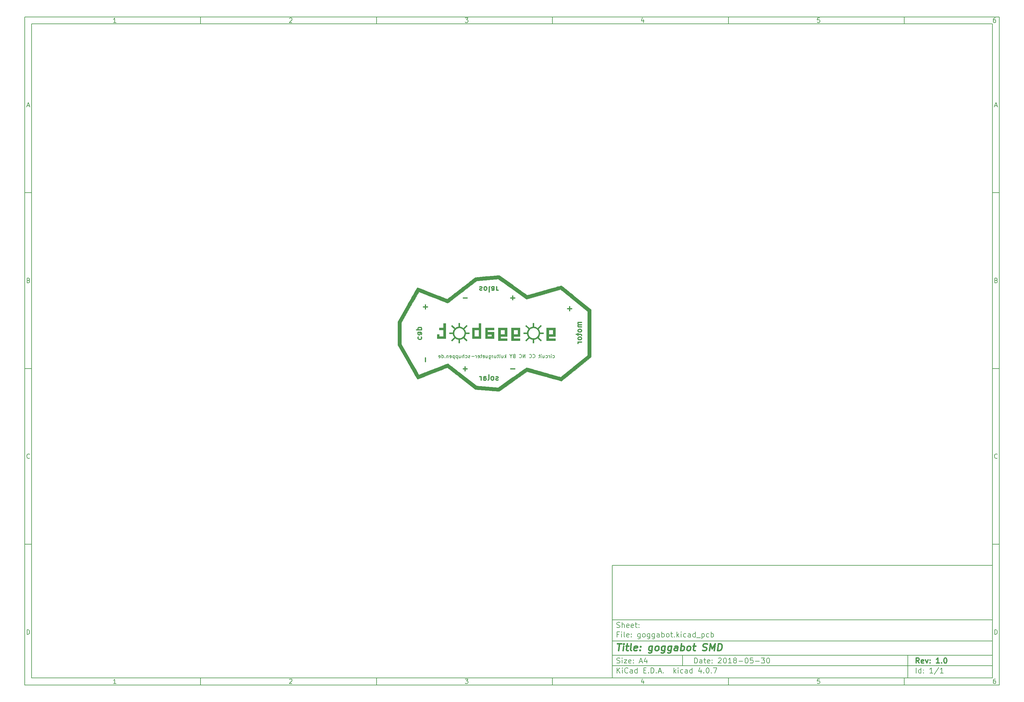
<source format=gbr>
G04 #@! TF.FileFunction,Legend,Bot*
%FSLAX46Y46*%
G04 Gerber Fmt 4.6, Leading zero omitted, Abs format (unit mm)*
G04 Created by KiCad (PCBNEW 4.0.7) date 2018 May 30, Wednesday 19:48:18*
%MOMM*%
%LPD*%
G01*
G04 APERTURE LIST*
%ADD10C,0.100000*%
%ADD11C,0.150000*%
%ADD12C,0.300000*%
%ADD13C,0.400000*%
%ADD14C,0.010000*%
G04 APERTURE END LIST*
D10*
D11*
X177002200Y-166007200D02*
X177002200Y-198007200D01*
X285002200Y-198007200D01*
X285002200Y-166007200D01*
X177002200Y-166007200D01*
D10*
D11*
X10000000Y-10000000D02*
X10000000Y-200007200D01*
X287002200Y-200007200D01*
X287002200Y-10000000D01*
X10000000Y-10000000D01*
D10*
D11*
X12000000Y-12000000D02*
X12000000Y-198007200D01*
X285002200Y-198007200D01*
X285002200Y-12000000D01*
X12000000Y-12000000D01*
D10*
D11*
X60000000Y-12000000D02*
X60000000Y-10000000D01*
D10*
D11*
X110000000Y-12000000D02*
X110000000Y-10000000D01*
D10*
D11*
X160000000Y-12000000D02*
X160000000Y-10000000D01*
D10*
D11*
X210000000Y-12000000D02*
X210000000Y-10000000D01*
D10*
D11*
X260000000Y-12000000D02*
X260000000Y-10000000D01*
D10*
D11*
X35990476Y-11588095D02*
X35247619Y-11588095D01*
X35619048Y-11588095D02*
X35619048Y-10288095D01*
X35495238Y-10473810D01*
X35371429Y-10597619D01*
X35247619Y-10659524D01*
D10*
D11*
X85247619Y-10411905D02*
X85309524Y-10350000D01*
X85433333Y-10288095D01*
X85742857Y-10288095D01*
X85866667Y-10350000D01*
X85928571Y-10411905D01*
X85990476Y-10535714D01*
X85990476Y-10659524D01*
X85928571Y-10845238D01*
X85185714Y-11588095D01*
X85990476Y-11588095D01*
D10*
D11*
X135185714Y-10288095D02*
X135990476Y-10288095D01*
X135557143Y-10783333D01*
X135742857Y-10783333D01*
X135866667Y-10845238D01*
X135928571Y-10907143D01*
X135990476Y-11030952D01*
X135990476Y-11340476D01*
X135928571Y-11464286D01*
X135866667Y-11526190D01*
X135742857Y-11588095D01*
X135371429Y-11588095D01*
X135247619Y-11526190D01*
X135185714Y-11464286D01*
D10*
D11*
X185866667Y-10721429D02*
X185866667Y-11588095D01*
X185557143Y-10226190D02*
X185247619Y-11154762D01*
X186052381Y-11154762D01*
D10*
D11*
X235928571Y-10288095D02*
X235309524Y-10288095D01*
X235247619Y-10907143D01*
X235309524Y-10845238D01*
X235433333Y-10783333D01*
X235742857Y-10783333D01*
X235866667Y-10845238D01*
X235928571Y-10907143D01*
X235990476Y-11030952D01*
X235990476Y-11340476D01*
X235928571Y-11464286D01*
X235866667Y-11526190D01*
X235742857Y-11588095D01*
X235433333Y-11588095D01*
X235309524Y-11526190D01*
X235247619Y-11464286D01*
D10*
D11*
X285866667Y-10288095D02*
X285619048Y-10288095D01*
X285495238Y-10350000D01*
X285433333Y-10411905D01*
X285309524Y-10597619D01*
X285247619Y-10845238D01*
X285247619Y-11340476D01*
X285309524Y-11464286D01*
X285371429Y-11526190D01*
X285495238Y-11588095D01*
X285742857Y-11588095D01*
X285866667Y-11526190D01*
X285928571Y-11464286D01*
X285990476Y-11340476D01*
X285990476Y-11030952D01*
X285928571Y-10907143D01*
X285866667Y-10845238D01*
X285742857Y-10783333D01*
X285495238Y-10783333D01*
X285371429Y-10845238D01*
X285309524Y-10907143D01*
X285247619Y-11030952D01*
D10*
D11*
X60000000Y-198007200D02*
X60000000Y-200007200D01*
D10*
D11*
X110000000Y-198007200D02*
X110000000Y-200007200D01*
D10*
D11*
X160000000Y-198007200D02*
X160000000Y-200007200D01*
D10*
D11*
X210000000Y-198007200D02*
X210000000Y-200007200D01*
D10*
D11*
X260000000Y-198007200D02*
X260000000Y-200007200D01*
D10*
D11*
X35990476Y-199595295D02*
X35247619Y-199595295D01*
X35619048Y-199595295D02*
X35619048Y-198295295D01*
X35495238Y-198481010D01*
X35371429Y-198604819D01*
X35247619Y-198666724D01*
D10*
D11*
X85247619Y-198419105D02*
X85309524Y-198357200D01*
X85433333Y-198295295D01*
X85742857Y-198295295D01*
X85866667Y-198357200D01*
X85928571Y-198419105D01*
X85990476Y-198542914D01*
X85990476Y-198666724D01*
X85928571Y-198852438D01*
X85185714Y-199595295D01*
X85990476Y-199595295D01*
D10*
D11*
X135185714Y-198295295D02*
X135990476Y-198295295D01*
X135557143Y-198790533D01*
X135742857Y-198790533D01*
X135866667Y-198852438D01*
X135928571Y-198914343D01*
X135990476Y-199038152D01*
X135990476Y-199347676D01*
X135928571Y-199471486D01*
X135866667Y-199533390D01*
X135742857Y-199595295D01*
X135371429Y-199595295D01*
X135247619Y-199533390D01*
X135185714Y-199471486D01*
D10*
D11*
X185866667Y-198728629D02*
X185866667Y-199595295D01*
X185557143Y-198233390D02*
X185247619Y-199161962D01*
X186052381Y-199161962D01*
D10*
D11*
X235928571Y-198295295D02*
X235309524Y-198295295D01*
X235247619Y-198914343D01*
X235309524Y-198852438D01*
X235433333Y-198790533D01*
X235742857Y-198790533D01*
X235866667Y-198852438D01*
X235928571Y-198914343D01*
X235990476Y-199038152D01*
X235990476Y-199347676D01*
X235928571Y-199471486D01*
X235866667Y-199533390D01*
X235742857Y-199595295D01*
X235433333Y-199595295D01*
X235309524Y-199533390D01*
X235247619Y-199471486D01*
D10*
D11*
X285866667Y-198295295D02*
X285619048Y-198295295D01*
X285495238Y-198357200D01*
X285433333Y-198419105D01*
X285309524Y-198604819D01*
X285247619Y-198852438D01*
X285247619Y-199347676D01*
X285309524Y-199471486D01*
X285371429Y-199533390D01*
X285495238Y-199595295D01*
X285742857Y-199595295D01*
X285866667Y-199533390D01*
X285928571Y-199471486D01*
X285990476Y-199347676D01*
X285990476Y-199038152D01*
X285928571Y-198914343D01*
X285866667Y-198852438D01*
X285742857Y-198790533D01*
X285495238Y-198790533D01*
X285371429Y-198852438D01*
X285309524Y-198914343D01*
X285247619Y-199038152D01*
D10*
D11*
X10000000Y-60000000D02*
X12000000Y-60000000D01*
D10*
D11*
X10000000Y-110000000D02*
X12000000Y-110000000D01*
D10*
D11*
X10000000Y-160000000D02*
X12000000Y-160000000D01*
D10*
D11*
X10690476Y-35216667D02*
X11309524Y-35216667D01*
X10566667Y-35588095D02*
X11000000Y-34288095D01*
X11433333Y-35588095D01*
D10*
D11*
X11092857Y-84907143D02*
X11278571Y-84969048D01*
X11340476Y-85030952D01*
X11402381Y-85154762D01*
X11402381Y-85340476D01*
X11340476Y-85464286D01*
X11278571Y-85526190D01*
X11154762Y-85588095D01*
X10659524Y-85588095D01*
X10659524Y-84288095D01*
X11092857Y-84288095D01*
X11216667Y-84350000D01*
X11278571Y-84411905D01*
X11340476Y-84535714D01*
X11340476Y-84659524D01*
X11278571Y-84783333D01*
X11216667Y-84845238D01*
X11092857Y-84907143D01*
X10659524Y-84907143D01*
D10*
D11*
X11402381Y-135464286D02*
X11340476Y-135526190D01*
X11154762Y-135588095D01*
X11030952Y-135588095D01*
X10845238Y-135526190D01*
X10721429Y-135402381D01*
X10659524Y-135278571D01*
X10597619Y-135030952D01*
X10597619Y-134845238D01*
X10659524Y-134597619D01*
X10721429Y-134473810D01*
X10845238Y-134350000D01*
X11030952Y-134288095D01*
X11154762Y-134288095D01*
X11340476Y-134350000D01*
X11402381Y-134411905D01*
D10*
D11*
X10659524Y-185588095D02*
X10659524Y-184288095D01*
X10969048Y-184288095D01*
X11154762Y-184350000D01*
X11278571Y-184473810D01*
X11340476Y-184597619D01*
X11402381Y-184845238D01*
X11402381Y-185030952D01*
X11340476Y-185278571D01*
X11278571Y-185402381D01*
X11154762Y-185526190D01*
X10969048Y-185588095D01*
X10659524Y-185588095D01*
D10*
D11*
X287002200Y-60000000D02*
X285002200Y-60000000D01*
D10*
D11*
X287002200Y-110000000D02*
X285002200Y-110000000D01*
D10*
D11*
X287002200Y-160000000D02*
X285002200Y-160000000D01*
D10*
D11*
X285692676Y-35216667D02*
X286311724Y-35216667D01*
X285568867Y-35588095D02*
X286002200Y-34288095D01*
X286435533Y-35588095D01*
D10*
D11*
X286095057Y-84907143D02*
X286280771Y-84969048D01*
X286342676Y-85030952D01*
X286404581Y-85154762D01*
X286404581Y-85340476D01*
X286342676Y-85464286D01*
X286280771Y-85526190D01*
X286156962Y-85588095D01*
X285661724Y-85588095D01*
X285661724Y-84288095D01*
X286095057Y-84288095D01*
X286218867Y-84350000D01*
X286280771Y-84411905D01*
X286342676Y-84535714D01*
X286342676Y-84659524D01*
X286280771Y-84783333D01*
X286218867Y-84845238D01*
X286095057Y-84907143D01*
X285661724Y-84907143D01*
D10*
D11*
X286404581Y-135464286D02*
X286342676Y-135526190D01*
X286156962Y-135588095D01*
X286033152Y-135588095D01*
X285847438Y-135526190D01*
X285723629Y-135402381D01*
X285661724Y-135278571D01*
X285599819Y-135030952D01*
X285599819Y-134845238D01*
X285661724Y-134597619D01*
X285723629Y-134473810D01*
X285847438Y-134350000D01*
X286033152Y-134288095D01*
X286156962Y-134288095D01*
X286342676Y-134350000D01*
X286404581Y-134411905D01*
D10*
D11*
X285661724Y-185588095D02*
X285661724Y-184288095D01*
X285971248Y-184288095D01*
X286156962Y-184350000D01*
X286280771Y-184473810D01*
X286342676Y-184597619D01*
X286404581Y-184845238D01*
X286404581Y-185030952D01*
X286342676Y-185278571D01*
X286280771Y-185402381D01*
X286156962Y-185526190D01*
X285971248Y-185588095D01*
X285661724Y-185588095D01*
D10*
D11*
X200359343Y-193785771D02*
X200359343Y-192285771D01*
X200716486Y-192285771D01*
X200930771Y-192357200D01*
X201073629Y-192500057D01*
X201145057Y-192642914D01*
X201216486Y-192928629D01*
X201216486Y-193142914D01*
X201145057Y-193428629D01*
X201073629Y-193571486D01*
X200930771Y-193714343D01*
X200716486Y-193785771D01*
X200359343Y-193785771D01*
X202502200Y-193785771D02*
X202502200Y-193000057D01*
X202430771Y-192857200D01*
X202287914Y-192785771D01*
X202002200Y-192785771D01*
X201859343Y-192857200D01*
X202502200Y-193714343D02*
X202359343Y-193785771D01*
X202002200Y-193785771D01*
X201859343Y-193714343D01*
X201787914Y-193571486D01*
X201787914Y-193428629D01*
X201859343Y-193285771D01*
X202002200Y-193214343D01*
X202359343Y-193214343D01*
X202502200Y-193142914D01*
X203002200Y-192785771D02*
X203573629Y-192785771D01*
X203216486Y-192285771D02*
X203216486Y-193571486D01*
X203287914Y-193714343D01*
X203430772Y-193785771D01*
X203573629Y-193785771D01*
X204645057Y-193714343D02*
X204502200Y-193785771D01*
X204216486Y-193785771D01*
X204073629Y-193714343D01*
X204002200Y-193571486D01*
X204002200Y-193000057D01*
X204073629Y-192857200D01*
X204216486Y-192785771D01*
X204502200Y-192785771D01*
X204645057Y-192857200D01*
X204716486Y-193000057D01*
X204716486Y-193142914D01*
X204002200Y-193285771D01*
X205359343Y-193642914D02*
X205430771Y-193714343D01*
X205359343Y-193785771D01*
X205287914Y-193714343D01*
X205359343Y-193642914D01*
X205359343Y-193785771D01*
X205359343Y-192857200D02*
X205430771Y-192928629D01*
X205359343Y-193000057D01*
X205287914Y-192928629D01*
X205359343Y-192857200D01*
X205359343Y-193000057D01*
X207145057Y-192428629D02*
X207216486Y-192357200D01*
X207359343Y-192285771D01*
X207716486Y-192285771D01*
X207859343Y-192357200D01*
X207930772Y-192428629D01*
X208002200Y-192571486D01*
X208002200Y-192714343D01*
X207930772Y-192928629D01*
X207073629Y-193785771D01*
X208002200Y-193785771D01*
X208930771Y-192285771D02*
X209073628Y-192285771D01*
X209216485Y-192357200D01*
X209287914Y-192428629D01*
X209359343Y-192571486D01*
X209430771Y-192857200D01*
X209430771Y-193214343D01*
X209359343Y-193500057D01*
X209287914Y-193642914D01*
X209216485Y-193714343D01*
X209073628Y-193785771D01*
X208930771Y-193785771D01*
X208787914Y-193714343D01*
X208716485Y-193642914D01*
X208645057Y-193500057D01*
X208573628Y-193214343D01*
X208573628Y-192857200D01*
X208645057Y-192571486D01*
X208716485Y-192428629D01*
X208787914Y-192357200D01*
X208930771Y-192285771D01*
X210859342Y-193785771D02*
X210002199Y-193785771D01*
X210430771Y-193785771D02*
X210430771Y-192285771D01*
X210287914Y-192500057D01*
X210145056Y-192642914D01*
X210002199Y-192714343D01*
X211716485Y-192928629D02*
X211573627Y-192857200D01*
X211502199Y-192785771D01*
X211430770Y-192642914D01*
X211430770Y-192571486D01*
X211502199Y-192428629D01*
X211573627Y-192357200D01*
X211716485Y-192285771D01*
X212002199Y-192285771D01*
X212145056Y-192357200D01*
X212216485Y-192428629D01*
X212287913Y-192571486D01*
X212287913Y-192642914D01*
X212216485Y-192785771D01*
X212145056Y-192857200D01*
X212002199Y-192928629D01*
X211716485Y-192928629D01*
X211573627Y-193000057D01*
X211502199Y-193071486D01*
X211430770Y-193214343D01*
X211430770Y-193500057D01*
X211502199Y-193642914D01*
X211573627Y-193714343D01*
X211716485Y-193785771D01*
X212002199Y-193785771D01*
X212145056Y-193714343D01*
X212216485Y-193642914D01*
X212287913Y-193500057D01*
X212287913Y-193214343D01*
X212216485Y-193071486D01*
X212145056Y-193000057D01*
X212002199Y-192928629D01*
X212930770Y-193214343D02*
X214073627Y-193214343D01*
X215073627Y-192285771D02*
X215216484Y-192285771D01*
X215359341Y-192357200D01*
X215430770Y-192428629D01*
X215502199Y-192571486D01*
X215573627Y-192857200D01*
X215573627Y-193214343D01*
X215502199Y-193500057D01*
X215430770Y-193642914D01*
X215359341Y-193714343D01*
X215216484Y-193785771D01*
X215073627Y-193785771D01*
X214930770Y-193714343D01*
X214859341Y-193642914D01*
X214787913Y-193500057D01*
X214716484Y-193214343D01*
X214716484Y-192857200D01*
X214787913Y-192571486D01*
X214859341Y-192428629D01*
X214930770Y-192357200D01*
X215073627Y-192285771D01*
X216930770Y-192285771D02*
X216216484Y-192285771D01*
X216145055Y-193000057D01*
X216216484Y-192928629D01*
X216359341Y-192857200D01*
X216716484Y-192857200D01*
X216859341Y-192928629D01*
X216930770Y-193000057D01*
X217002198Y-193142914D01*
X217002198Y-193500057D01*
X216930770Y-193642914D01*
X216859341Y-193714343D01*
X216716484Y-193785771D01*
X216359341Y-193785771D01*
X216216484Y-193714343D01*
X216145055Y-193642914D01*
X217645055Y-193214343D02*
X218787912Y-193214343D01*
X219359341Y-192285771D02*
X220287912Y-192285771D01*
X219787912Y-192857200D01*
X220002198Y-192857200D01*
X220145055Y-192928629D01*
X220216484Y-193000057D01*
X220287912Y-193142914D01*
X220287912Y-193500057D01*
X220216484Y-193642914D01*
X220145055Y-193714343D01*
X220002198Y-193785771D01*
X219573626Y-193785771D01*
X219430769Y-193714343D01*
X219359341Y-193642914D01*
X221216483Y-192285771D02*
X221359340Y-192285771D01*
X221502197Y-192357200D01*
X221573626Y-192428629D01*
X221645055Y-192571486D01*
X221716483Y-192857200D01*
X221716483Y-193214343D01*
X221645055Y-193500057D01*
X221573626Y-193642914D01*
X221502197Y-193714343D01*
X221359340Y-193785771D01*
X221216483Y-193785771D01*
X221073626Y-193714343D01*
X221002197Y-193642914D01*
X220930769Y-193500057D01*
X220859340Y-193214343D01*
X220859340Y-192857200D01*
X220930769Y-192571486D01*
X221002197Y-192428629D01*
X221073626Y-192357200D01*
X221216483Y-192285771D01*
D10*
D11*
X177002200Y-194507200D02*
X285002200Y-194507200D01*
D10*
D11*
X178359343Y-196585771D02*
X178359343Y-195085771D01*
X179216486Y-196585771D02*
X178573629Y-195728629D01*
X179216486Y-195085771D02*
X178359343Y-195942914D01*
X179859343Y-196585771D02*
X179859343Y-195585771D01*
X179859343Y-195085771D02*
X179787914Y-195157200D01*
X179859343Y-195228629D01*
X179930771Y-195157200D01*
X179859343Y-195085771D01*
X179859343Y-195228629D01*
X181430772Y-196442914D02*
X181359343Y-196514343D01*
X181145057Y-196585771D01*
X181002200Y-196585771D01*
X180787915Y-196514343D01*
X180645057Y-196371486D01*
X180573629Y-196228629D01*
X180502200Y-195942914D01*
X180502200Y-195728629D01*
X180573629Y-195442914D01*
X180645057Y-195300057D01*
X180787915Y-195157200D01*
X181002200Y-195085771D01*
X181145057Y-195085771D01*
X181359343Y-195157200D01*
X181430772Y-195228629D01*
X182716486Y-196585771D02*
X182716486Y-195800057D01*
X182645057Y-195657200D01*
X182502200Y-195585771D01*
X182216486Y-195585771D01*
X182073629Y-195657200D01*
X182716486Y-196514343D02*
X182573629Y-196585771D01*
X182216486Y-196585771D01*
X182073629Y-196514343D01*
X182002200Y-196371486D01*
X182002200Y-196228629D01*
X182073629Y-196085771D01*
X182216486Y-196014343D01*
X182573629Y-196014343D01*
X182716486Y-195942914D01*
X184073629Y-196585771D02*
X184073629Y-195085771D01*
X184073629Y-196514343D02*
X183930772Y-196585771D01*
X183645058Y-196585771D01*
X183502200Y-196514343D01*
X183430772Y-196442914D01*
X183359343Y-196300057D01*
X183359343Y-195871486D01*
X183430772Y-195728629D01*
X183502200Y-195657200D01*
X183645058Y-195585771D01*
X183930772Y-195585771D01*
X184073629Y-195657200D01*
X185930772Y-195800057D02*
X186430772Y-195800057D01*
X186645058Y-196585771D02*
X185930772Y-196585771D01*
X185930772Y-195085771D01*
X186645058Y-195085771D01*
X187287915Y-196442914D02*
X187359343Y-196514343D01*
X187287915Y-196585771D01*
X187216486Y-196514343D01*
X187287915Y-196442914D01*
X187287915Y-196585771D01*
X188002201Y-196585771D02*
X188002201Y-195085771D01*
X188359344Y-195085771D01*
X188573629Y-195157200D01*
X188716487Y-195300057D01*
X188787915Y-195442914D01*
X188859344Y-195728629D01*
X188859344Y-195942914D01*
X188787915Y-196228629D01*
X188716487Y-196371486D01*
X188573629Y-196514343D01*
X188359344Y-196585771D01*
X188002201Y-196585771D01*
X189502201Y-196442914D02*
X189573629Y-196514343D01*
X189502201Y-196585771D01*
X189430772Y-196514343D01*
X189502201Y-196442914D01*
X189502201Y-196585771D01*
X190145058Y-196157200D02*
X190859344Y-196157200D01*
X190002201Y-196585771D02*
X190502201Y-195085771D01*
X191002201Y-196585771D01*
X191502201Y-196442914D02*
X191573629Y-196514343D01*
X191502201Y-196585771D01*
X191430772Y-196514343D01*
X191502201Y-196442914D01*
X191502201Y-196585771D01*
X194502201Y-196585771D02*
X194502201Y-195085771D01*
X194645058Y-196014343D02*
X195073629Y-196585771D01*
X195073629Y-195585771D02*
X194502201Y-196157200D01*
X195716487Y-196585771D02*
X195716487Y-195585771D01*
X195716487Y-195085771D02*
X195645058Y-195157200D01*
X195716487Y-195228629D01*
X195787915Y-195157200D01*
X195716487Y-195085771D01*
X195716487Y-195228629D01*
X197073630Y-196514343D02*
X196930773Y-196585771D01*
X196645059Y-196585771D01*
X196502201Y-196514343D01*
X196430773Y-196442914D01*
X196359344Y-196300057D01*
X196359344Y-195871486D01*
X196430773Y-195728629D01*
X196502201Y-195657200D01*
X196645059Y-195585771D01*
X196930773Y-195585771D01*
X197073630Y-195657200D01*
X198359344Y-196585771D02*
X198359344Y-195800057D01*
X198287915Y-195657200D01*
X198145058Y-195585771D01*
X197859344Y-195585771D01*
X197716487Y-195657200D01*
X198359344Y-196514343D02*
X198216487Y-196585771D01*
X197859344Y-196585771D01*
X197716487Y-196514343D01*
X197645058Y-196371486D01*
X197645058Y-196228629D01*
X197716487Y-196085771D01*
X197859344Y-196014343D01*
X198216487Y-196014343D01*
X198359344Y-195942914D01*
X199716487Y-196585771D02*
X199716487Y-195085771D01*
X199716487Y-196514343D02*
X199573630Y-196585771D01*
X199287916Y-196585771D01*
X199145058Y-196514343D01*
X199073630Y-196442914D01*
X199002201Y-196300057D01*
X199002201Y-195871486D01*
X199073630Y-195728629D01*
X199145058Y-195657200D01*
X199287916Y-195585771D01*
X199573630Y-195585771D01*
X199716487Y-195657200D01*
X202216487Y-195585771D02*
X202216487Y-196585771D01*
X201859344Y-195014343D02*
X201502201Y-196085771D01*
X202430773Y-196085771D01*
X203002201Y-196442914D02*
X203073629Y-196514343D01*
X203002201Y-196585771D01*
X202930772Y-196514343D01*
X203002201Y-196442914D01*
X203002201Y-196585771D01*
X204002201Y-195085771D02*
X204145058Y-195085771D01*
X204287915Y-195157200D01*
X204359344Y-195228629D01*
X204430773Y-195371486D01*
X204502201Y-195657200D01*
X204502201Y-196014343D01*
X204430773Y-196300057D01*
X204359344Y-196442914D01*
X204287915Y-196514343D01*
X204145058Y-196585771D01*
X204002201Y-196585771D01*
X203859344Y-196514343D01*
X203787915Y-196442914D01*
X203716487Y-196300057D01*
X203645058Y-196014343D01*
X203645058Y-195657200D01*
X203716487Y-195371486D01*
X203787915Y-195228629D01*
X203859344Y-195157200D01*
X204002201Y-195085771D01*
X205145058Y-196442914D02*
X205216486Y-196514343D01*
X205145058Y-196585771D01*
X205073629Y-196514343D01*
X205145058Y-196442914D01*
X205145058Y-196585771D01*
X205716487Y-195085771D02*
X206716487Y-195085771D01*
X206073630Y-196585771D01*
D10*
D11*
X177002200Y-191507200D02*
X285002200Y-191507200D01*
D10*
D12*
X264216486Y-193785771D02*
X263716486Y-193071486D01*
X263359343Y-193785771D02*
X263359343Y-192285771D01*
X263930771Y-192285771D01*
X264073629Y-192357200D01*
X264145057Y-192428629D01*
X264216486Y-192571486D01*
X264216486Y-192785771D01*
X264145057Y-192928629D01*
X264073629Y-193000057D01*
X263930771Y-193071486D01*
X263359343Y-193071486D01*
X265430771Y-193714343D02*
X265287914Y-193785771D01*
X265002200Y-193785771D01*
X264859343Y-193714343D01*
X264787914Y-193571486D01*
X264787914Y-193000057D01*
X264859343Y-192857200D01*
X265002200Y-192785771D01*
X265287914Y-192785771D01*
X265430771Y-192857200D01*
X265502200Y-193000057D01*
X265502200Y-193142914D01*
X264787914Y-193285771D01*
X266002200Y-192785771D02*
X266359343Y-193785771D01*
X266716485Y-192785771D01*
X267287914Y-193642914D02*
X267359342Y-193714343D01*
X267287914Y-193785771D01*
X267216485Y-193714343D01*
X267287914Y-193642914D01*
X267287914Y-193785771D01*
X267287914Y-192857200D02*
X267359342Y-192928629D01*
X267287914Y-193000057D01*
X267216485Y-192928629D01*
X267287914Y-192857200D01*
X267287914Y-193000057D01*
X269930771Y-193785771D02*
X269073628Y-193785771D01*
X269502200Y-193785771D02*
X269502200Y-192285771D01*
X269359343Y-192500057D01*
X269216485Y-192642914D01*
X269073628Y-192714343D01*
X270573628Y-193642914D02*
X270645056Y-193714343D01*
X270573628Y-193785771D01*
X270502199Y-193714343D01*
X270573628Y-193642914D01*
X270573628Y-193785771D01*
X271573628Y-192285771D02*
X271716485Y-192285771D01*
X271859342Y-192357200D01*
X271930771Y-192428629D01*
X272002200Y-192571486D01*
X272073628Y-192857200D01*
X272073628Y-193214343D01*
X272002200Y-193500057D01*
X271930771Y-193642914D01*
X271859342Y-193714343D01*
X271716485Y-193785771D01*
X271573628Y-193785771D01*
X271430771Y-193714343D01*
X271359342Y-193642914D01*
X271287914Y-193500057D01*
X271216485Y-193214343D01*
X271216485Y-192857200D01*
X271287914Y-192571486D01*
X271359342Y-192428629D01*
X271430771Y-192357200D01*
X271573628Y-192285771D01*
D10*
D11*
X178287914Y-193714343D02*
X178502200Y-193785771D01*
X178859343Y-193785771D01*
X179002200Y-193714343D01*
X179073629Y-193642914D01*
X179145057Y-193500057D01*
X179145057Y-193357200D01*
X179073629Y-193214343D01*
X179002200Y-193142914D01*
X178859343Y-193071486D01*
X178573629Y-193000057D01*
X178430771Y-192928629D01*
X178359343Y-192857200D01*
X178287914Y-192714343D01*
X178287914Y-192571486D01*
X178359343Y-192428629D01*
X178430771Y-192357200D01*
X178573629Y-192285771D01*
X178930771Y-192285771D01*
X179145057Y-192357200D01*
X179787914Y-193785771D02*
X179787914Y-192785771D01*
X179787914Y-192285771D02*
X179716485Y-192357200D01*
X179787914Y-192428629D01*
X179859342Y-192357200D01*
X179787914Y-192285771D01*
X179787914Y-192428629D01*
X180359343Y-192785771D02*
X181145057Y-192785771D01*
X180359343Y-193785771D01*
X181145057Y-193785771D01*
X182287914Y-193714343D02*
X182145057Y-193785771D01*
X181859343Y-193785771D01*
X181716486Y-193714343D01*
X181645057Y-193571486D01*
X181645057Y-193000057D01*
X181716486Y-192857200D01*
X181859343Y-192785771D01*
X182145057Y-192785771D01*
X182287914Y-192857200D01*
X182359343Y-193000057D01*
X182359343Y-193142914D01*
X181645057Y-193285771D01*
X183002200Y-193642914D02*
X183073628Y-193714343D01*
X183002200Y-193785771D01*
X182930771Y-193714343D01*
X183002200Y-193642914D01*
X183002200Y-193785771D01*
X183002200Y-192857200D02*
X183073628Y-192928629D01*
X183002200Y-193000057D01*
X182930771Y-192928629D01*
X183002200Y-192857200D01*
X183002200Y-193000057D01*
X184787914Y-193357200D02*
X185502200Y-193357200D01*
X184645057Y-193785771D02*
X185145057Y-192285771D01*
X185645057Y-193785771D01*
X186787914Y-192785771D02*
X186787914Y-193785771D01*
X186430771Y-192214343D02*
X186073628Y-193285771D01*
X187002200Y-193285771D01*
D10*
D11*
X263359343Y-196585771D02*
X263359343Y-195085771D01*
X264716486Y-196585771D02*
X264716486Y-195085771D01*
X264716486Y-196514343D02*
X264573629Y-196585771D01*
X264287915Y-196585771D01*
X264145057Y-196514343D01*
X264073629Y-196442914D01*
X264002200Y-196300057D01*
X264002200Y-195871486D01*
X264073629Y-195728629D01*
X264145057Y-195657200D01*
X264287915Y-195585771D01*
X264573629Y-195585771D01*
X264716486Y-195657200D01*
X265430772Y-196442914D02*
X265502200Y-196514343D01*
X265430772Y-196585771D01*
X265359343Y-196514343D01*
X265430772Y-196442914D01*
X265430772Y-196585771D01*
X265430772Y-195657200D02*
X265502200Y-195728629D01*
X265430772Y-195800057D01*
X265359343Y-195728629D01*
X265430772Y-195657200D01*
X265430772Y-195800057D01*
X268073629Y-196585771D02*
X267216486Y-196585771D01*
X267645058Y-196585771D02*
X267645058Y-195085771D01*
X267502201Y-195300057D01*
X267359343Y-195442914D01*
X267216486Y-195514343D01*
X269787914Y-195014343D02*
X268502200Y-196942914D01*
X271073629Y-196585771D02*
X270216486Y-196585771D01*
X270645058Y-196585771D02*
X270645058Y-195085771D01*
X270502201Y-195300057D01*
X270359343Y-195442914D01*
X270216486Y-195514343D01*
D10*
D11*
X177002200Y-187507200D02*
X285002200Y-187507200D01*
D10*
D13*
X178454581Y-188211962D02*
X179597438Y-188211962D01*
X178776010Y-190211962D02*
X179026010Y-188211962D01*
X180014105Y-190211962D02*
X180180771Y-188878629D01*
X180264105Y-188211962D02*
X180156962Y-188307200D01*
X180240295Y-188402438D01*
X180347439Y-188307200D01*
X180264105Y-188211962D01*
X180240295Y-188402438D01*
X180847438Y-188878629D02*
X181609343Y-188878629D01*
X181216486Y-188211962D02*
X181002200Y-189926248D01*
X181073630Y-190116724D01*
X181252201Y-190211962D01*
X181442677Y-190211962D01*
X182395058Y-190211962D02*
X182216487Y-190116724D01*
X182145057Y-189926248D01*
X182359343Y-188211962D01*
X183930772Y-190116724D02*
X183728391Y-190211962D01*
X183347439Y-190211962D01*
X183168867Y-190116724D01*
X183097438Y-189926248D01*
X183192676Y-189164343D01*
X183311724Y-188973867D01*
X183514105Y-188878629D01*
X183895057Y-188878629D01*
X184073629Y-188973867D01*
X184145057Y-189164343D01*
X184121248Y-189354819D01*
X183145057Y-189545295D01*
X184895057Y-190021486D02*
X184978392Y-190116724D01*
X184871248Y-190211962D01*
X184787915Y-190116724D01*
X184895057Y-190021486D01*
X184871248Y-190211962D01*
X185026010Y-188973867D02*
X185109344Y-189069105D01*
X185002200Y-189164343D01*
X184918867Y-189069105D01*
X185026010Y-188973867D01*
X185002200Y-189164343D01*
X188371248Y-188878629D02*
X188168867Y-190497676D01*
X188049820Y-190688152D01*
X187942677Y-190783390D01*
X187740296Y-190878629D01*
X187454582Y-190878629D01*
X187276010Y-190783390D01*
X188216487Y-190116724D02*
X188014106Y-190211962D01*
X187633154Y-190211962D01*
X187454583Y-190116724D01*
X187371248Y-190021486D01*
X187299820Y-189831010D01*
X187371248Y-189259581D01*
X187490296Y-189069105D01*
X187597440Y-188973867D01*
X187799820Y-188878629D01*
X188180772Y-188878629D01*
X188359344Y-188973867D01*
X189442678Y-190211962D02*
X189264107Y-190116724D01*
X189180772Y-190021486D01*
X189109344Y-189831010D01*
X189180772Y-189259581D01*
X189299820Y-189069105D01*
X189406964Y-188973867D01*
X189609344Y-188878629D01*
X189895058Y-188878629D01*
X190073630Y-188973867D01*
X190156963Y-189069105D01*
X190228391Y-189259581D01*
X190156963Y-189831010D01*
X190037915Y-190021486D01*
X189930773Y-190116724D01*
X189728392Y-190211962D01*
X189442678Y-190211962D01*
X191990296Y-188878629D02*
X191787915Y-190497676D01*
X191668868Y-190688152D01*
X191561725Y-190783390D01*
X191359344Y-190878629D01*
X191073630Y-190878629D01*
X190895058Y-190783390D01*
X191835535Y-190116724D02*
X191633154Y-190211962D01*
X191252202Y-190211962D01*
X191073631Y-190116724D01*
X190990296Y-190021486D01*
X190918868Y-189831010D01*
X190990296Y-189259581D01*
X191109344Y-189069105D01*
X191216488Y-188973867D01*
X191418868Y-188878629D01*
X191799820Y-188878629D01*
X191978392Y-188973867D01*
X193799820Y-188878629D02*
X193597439Y-190497676D01*
X193478392Y-190688152D01*
X193371249Y-190783390D01*
X193168868Y-190878629D01*
X192883154Y-190878629D01*
X192704582Y-190783390D01*
X193645059Y-190116724D02*
X193442678Y-190211962D01*
X193061726Y-190211962D01*
X192883155Y-190116724D01*
X192799820Y-190021486D01*
X192728392Y-189831010D01*
X192799820Y-189259581D01*
X192918868Y-189069105D01*
X193026012Y-188973867D01*
X193228392Y-188878629D01*
X193609344Y-188878629D01*
X193787916Y-188973867D01*
X195442678Y-190211962D02*
X195573630Y-189164343D01*
X195502202Y-188973867D01*
X195323630Y-188878629D01*
X194942678Y-188878629D01*
X194740297Y-188973867D01*
X195454583Y-190116724D02*
X195252202Y-190211962D01*
X194776012Y-190211962D01*
X194597440Y-190116724D01*
X194526011Y-189926248D01*
X194549821Y-189735771D01*
X194668868Y-189545295D01*
X194871250Y-189450057D01*
X195347440Y-189450057D01*
X195549821Y-189354819D01*
X196395059Y-190211962D02*
X196645059Y-188211962D01*
X196549821Y-188973867D02*
X196752202Y-188878629D01*
X197133154Y-188878629D01*
X197311726Y-188973867D01*
X197395059Y-189069105D01*
X197466487Y-189259581D01*
X197395059Y-189831010D01*
X197276011Y-190021486D01*
X197168869Y-190116724D01*
X196966488Y-190211962D01*
X196585536Y-190211962D01*
X196406964Y-190116724D01*
X198490298Y-190211962D02*
X198311727Y-190116724D01*
X198228392Y-190021486D01*
X198156964Y-189831010D01*
X198228392Y-189259581D01*
X198347440Y-189069105D01*
X198454584Y-188973867D01*
X198656964Y-188878629D01*
X198942678Y-188878629D01*
X199121250Y-188973867D01*
X199204583Y-189069105D01*
X199276011Y-189259581D01*
X199204583Y-189831010D01*
X199085535Y-190021486D01*
X198978393Y-190116724D01*
X198776012Y-190211962D01*
X198490298Y-190211962D01*
X199895059Y-188878629D02*
X200656964Y-188878629D01*
X200264107Y-188211962D02*
X200049821Y-189926248D01*
X200121251Y-190116724D01*
X200299822Y-190211962D01*
X200490298Y-190211962D01*
X202597441Y-190116724D02*
X202871251Y-190211962D01*
X203347441Y-190211962D01*
X203549822Y-190116724D01*
X203656964Y-190021486D01*
X203776013Y-189831010D01*
X203799822Y-189640533D01*
X203728393Y-189450057D01*
X203645060Y-189354819D01*
X203466488Y-189259581D01*
X203097441Y-189164343D01*
X202918870Y-189069105D01*
X202835536Y-188973867D01*
X202764107Y-188783390D01*
X202787917Y-188592914D01*
X202906964Y-188402438D01*
X203014108Y-188307200D01*
X203216489Y-188211962D01*
X203692679Y-188211962D01*
X203966489Y-188307200D01*
X204585536Y-190211962D02*
X204835536Y-188211962D01*
X205323631Y-189640533D01*
X206168870Y-188211962D01*
X205918870Y-190211962D01*
X206871250Y-190211962D02*
X207121250Y-188211962D01*
X207597441Y-188211962D01*
X207871250Y-188307200D01*
X208037917Y-188497676D01*
X208109346Y-188688152D01*
X208156965Y-189069105D01*
X208121251Y-189354819D01*
X207978394Y-189735771D01*
X207859345Y-189926248D01*
X207645060Y-190116724D01*
X207347441Y-190211962D01*
X206871250Y-190211962D01*
D10*
D11*
X178859343Y-185600057D02*
X178359343Y-185600057D01*
X178359343Y-186385771D02*
X178359343Y-184885771D01*
X179073629Y-184885771D01*
X179645057Y-186385771D02*
X179645057Y-185385771D01*
X179645057Y-184885771D02*
X179573628Y-184957200D01*
X179645057Y-185028629D01*
X179716485Y-184957200D01*
X179645057Y-184885771D01*
X179645057Y-185028629D01*
X180573629Y-186385771D02*
X180430771Y-186314343D01*
X180359343Y-186171486D01*
X180359343Y-184885771D01*
X181716485Y-186314343D02*
X181573628Y-186385771D01*
X181287914Y-186385771D01*
X181145057Y-186314343D01*
X181073628Y-186171486D01*
X181073628Y-185600057D01*
X181145057Y-185457200D01*
X181287914Y-185385771D01*
X181573628Y-185385771D01*
X181716485Y-185457200D01*
X181787914Y-185600057D01*
X181787914Y-185742914D01*
X181073628Y-185885771D01*
X182430771Y-186242914D02*
X182502199Y-186314343D01*
X182430771Y-186385771D01*
X182359342Y-186314343D01*
X182430771Y-186242914D01*
X182430771Y-186385771D01*
X182430771Y-185457200D02*
X182502199Y-185528629D01*
X182430771Y-185600057D01*
X182359342Y-185528629D01*
X182430771Y-185457200D01*
X182430771Y-185600057D01*
X184930771Y-185385771D02*
X184930771Y-186600057D01*
X184859342Y-186742914D01*
X184787914Y-186814343D01*
X184645057Y-186885771D01*
X184430771Y-186885771D01*
X184287914Y-186814343D01*
X184930771Y-186314343D02*
X184787914Y-186385771D01*
X184502200Y-186385771D01*
X184359342Y-186314343D01*
X184287914Y-186242914D01*
X184216485Y-186100057D01*
X184216485Y-185671486D01*
X184287914Y-185528629D01*
X184359342Y-185457200D01*
X184502200Y-185385771D01*
X184787914Y-185385771D01*
X184930771Y-185457200D01*
X185859343Y-186385771D02*
X185716485Y-186314343D01*
X185645057Y-186242914D01*
X185573628Y-186100057D01*
X185573628Y-185671486D01*
X185645057Y-185528629D01*
X185716485Y-185457200D01*
X185859343Y-185385771D01*
X186073628Y-185385771D01*
X186216485Y-185457200D01*
X186287914Y-185528629D01*
X186359343Y-185671486D01*
X186359343Y-186100057D01*
X186287914Y-186242914D01*
X186216485Y-186314343D01*
X186073628Y-186385771D01*
X185859343Y-186385771D01*
X187645057Y-185385771D02*
X187645057Y-186600057D01*
X187573628Y-186742914D01*
X187502200Y-186814343D01*
X187359343Y-186885771D01*
X187145057Y-186885771D01*
X187002200Y-186814343D01*
X187645057Y-186314343D02*
X187502200Y-186385771D01*
X187216486Y-186385771D01*
X187073628Y-186314343D01*
X187002200Y-186242914D01*
X186930771Y-186100057D01*
X186930771Y-185671486D01*
X187002200Y-185528629D01*
X187073628Y-185457200D01*
X187216486Y-185385771D01*
X187502200Y-185385771D01*
X187645057Y-185457200D01*
X189002200Y-185385771D02*
X189002200Y-186600057D01*
X188930771Y-186742914D01*
X188859343Y-186814343D01*
X188716486Y-186885771D01*
X188502200Y-186885771D01*
X188359343Y-186814343D01*
X189002200Y-186314343D02*
X188859343Y-186385771D01*
X188573629Y-186385771D01*
X188430771Y-186314343D01*
X188359343Y-186242914D01*
X188287914Y-186100057D01*
X188287914Y-185671486D01*
X188359343Y-185528629D01*
X188430771Y-185457200D01*
X188573629Y-185385771D01*
X188859343Y-185385771D01*
X189002200Y-185457200D01*
X190359343Y-186385771D02*
X190359343Y-185600057D01*
X190287914Y-185457200D01*
X190145057Y-185385771D01*
X189859343Y-185385771D01*
X189716486Y-185457200D01*
X190359343Y-186314343D02*
X190216486Y-186385771D01*
X189859343Y-186385771D01*
X189716486Y-186314343D01*
X189645057Y-186171486D01*
X189645057Y-186028629D01*
X189716486Y-185885771D01*
X189859343Y-185814343D01*
X190216486Y-185814343D01*
X190359343Y-185742914D01*
X191073629Y-186385771D02*
X191073629Y-184885771D01*
X191073629Y-185457200D02*
X191216486Y-185385771D01*
X191502200Y-185385771D01*
X191645057Y-185457200D01*
X191716486Y-185528629D01*
X191787915Y-185671486D01*
X191787915Y-186100057D01*
X191716486Y-186242914D01*
X191645057Y-186314343D01*
X191502200Y-186385771D01*
X191216486Y-186385771D01*
X191073629Y-186314343D01*
X192645058Y-186385771D02*
X192502200Y-186314343D01*
X192430772Y-186242914D01*
X192359343Y-186100057D01*
X192359343Y-185671486D01*
X192430772Y-185528629D01*
X192502200Y-185457200D01*
X192645058Y-185385771D01*
X192859343Y-185385771D01*
X193002200Y-185457200D01*
X193073629Y-185528629D01*
X193145058Y-185671486D01*
X193145058Y-186100057D01*
X193073629Y-186242914D01*
X193002200Y-186314343D01*
X192859343Y-186385771D01*
X192645058Y-186385771D01*
X193573629Y-185385771D02*
X194145058Y-185385771D01*
X193787915Y-184885771D02*
X193787915Y-186171486D01*
X193859343Y-186314343D01*
X194002201Y-186385771D01*
X194145058Y-186385771D01*
X194645058Y-186242914D02*
X194716486Y-186314343D01*
X194645058Y-186385771D01*
X194573629Y-186314343D01*
X194645058Y-186242914D01*
X194645058Y-186385771D01*
X195359344Y-186385771D02*
X195359344Y-184885771D01*
X195502201Y-185814343D02*
X195930772Y-186385771D01*
X195930772Y-185385771D02*
X195359344Y-185957200D01*
X196573630Y-186385771D02*
X196573630Y-185385771D01*
X196573630Y-184885771D02*
X196502201Y-184957200D01*
X196573630Y-185028629D01*
X196645058Y-184957200D01*
X196573630Y-184885771D01*
X196573630Y-185028629D01*
X197930773Y-186314343D02*
X197787916Y-186385771D01*
X197502202Y-186385771D01*
X197359344Y-186314343D01*
X197287916Y-186242914D01*
X197216487Y-186100057D01*
X197216487Y-185671486D01*
X197287916Y-185528629D01*
X197359344Y-185457200D01*
X197502202Y-185385771D01*
X197787916Y-185385771D01*
X197930773Y-185457200D01*
X199216487Y-186385771D02*
X199216487Y-185600057D01*
X199145058Y-185457200D01*
X199002201Y-185385771D01*
X198716487Y-185385771D01*
X198573630Y-185457200D01*
X199216487Y-186314343D02*
X199073630Y-186385771D01*
X198716487Y-186385771D01*
X198573630Y-186314343D01*
X198502201Y-186171486D01*
X198502201Y-186028629D01*
X198573630Y-185885771D01*
X198716487Y-185814343D01*
X199073630Y-185814343D01*
X199216487Y-185742914D01*
X200573630Y-186385771D02*
X200573630Y-184885771D01*
X200573630Y-186314343D02*
X200430773Y-186385771D01*
X200145059Y-186385771D01*
X200002201Y-186314343D01*
X199930773Y-186242914D01*
X199859344Y-186100057D01*
X199859344Y-185671486D01*
X199930773Y-185528629D01*
X200002201Y-185457200D01*
X200145059Y-185385771D01*
X200430773Y-185385771D01*
X200573630Y-185457200D01*
X200930773Y-186528629D02*
X202073630Y-186528629D01*
X202430773Y-185385771D02*
X202430773Y-186885771D01*
X202430773Y-185457200D02*
X202573630Y-185385771D01*
X202859344Y-185385771D01*
X203002201Y-185457200D01*
X203073630Y-185528629D01*
X203145059Y-185671486D01*
X203145059Y-186100057D01*
X203073630Y-186242914D01*
X203002201Y-186314343D01*
X202859344Y-186385771D01*
X202573630Y-186385771D01*
X202430773Y-186314343D01*
X204430773Y-186314343D02*
X204287916Y-186385771D01*
X204002202Y-186385771D01*
X203859344Y-186314343D01*
X203787916Y-186242914D01*
X203716487Y-186100057D01*
X203716487Y-185671486D01*
X203787916Y-185528629D01*
X203859344Y-185457200D01*
X204002202Y-185385771D01*
X204287916Y-185385771D01*
X204430773Y-185457200D01*
X205073630Y-186385771D02*
X205073630Y-184885771D01*
X205073630Y-185457200D02*
X205216487Y-185385771D01*
X205502201Y-185385771D01*
X205645058Y-185457200D01*
X205716487Y-185528629D01*
X205787916Y-185671486D01*
X205787916Y-186100057D01*
X205716487Y-186242914D01*
X205645058Y-186314343D01*
X205502201Y-186385771D01*
X205216487Y-186385771D01*
X205073630Y-186314343D01*
D10*
D11*
X177002200Y-181507200D02*
X285002200Y-181507200D01*
D10*
D11*
X178287914Y-183614343D02*
X178502200Y-183685771D01*
X178859343Y-183685771D01*
X179002200Y-183614343D01*
X179073629Y-183542914D01*
X179145057Y-183400057D01*
X179145057Y-183257200D01*
X179073629Y-183114343D01*
X179002200Y-183042914D01*
X178859343Y-182971486D01*
X178573629Y-182900057D01*
X178430771Y-182828629D01*
X178359343Y-182757200D01*
X178287914Y-182614343D01*
X178287914Y-182471486D01*
X178359343Y-182328629D01*
X178430771Y-182257200D01*
X178573629Y-182185771D01*
X178930771Y-182185771D01*
X179145057Y-182257200D01*
X179787914Y-183685771D02*
X179787914Y-182185771D01*
X180430771Y-183685771D02*
X180430771Y-182900057D01*
X180359342Y-182757200D01*
X180216485Y-182685771D01*
X180002200Y-182685771D01*
X179859342Y-182757200D01*
X179787914Y-182828629D01*
X181716485Y-183614343D02*
X181573628Y-183685771D01*
X181287914Y-183685771D01*
X181145057Y-183614343D01*
X181073628Y-183471486D01*
X181073628Y-182900057D01*
X181145057Y-182757200D01*
X181287914Y-182685771D01*
X181573628Y-182685771D01*
X181716485Y-182757200D01*
X181787914Y-182900057D01*
X181787914Y-183042914D01*
X181073628Y-183185771D01*
X183002199Y-183614343D02*
X182859342Y-183685771D01*
X182573628Y-183685771D01*
X182430771Y-183614343D01*
X182359342Y-183471486D01*
X182359342Y-182900057D01*
X182430771Y-182757200D01*
X182573628Y-182685771D01*
X182859342Y-182685771D01*
X183002199Y-182757200D01*
X183073628Y-182900057D01*
X183073628Y-183042914D01*
X182359342Y-183185771D01*
X183502199Y-182685771D02*
X184073628Y-182685771D01*
X183716485Y-182185771D02*
X183716485Y-183471486D01*
X183787913Y-183614343D01*
X183930771Y-183685771D01*
X184073628Y-183685771D01*
X184573628Y-183542914D02*
X184645056Y-183614343D01*
X184573628Y-183685771D01*
X184502199Y-183614343D01*
X184573628Y-183542914D01*
X184573628Y-183685771D01*
X184573628Y-182757200D02*
X184645056Y-182828629D01*
X184573628Y-182900057D01*
X184502199Y-182828629D01*
X184573628Y-182757200D01*
X184573628Y-182900057D01*
D10*
D11*
X197002200Y-191507200D02*
X197002200Y-194507200D01*
D10*
D11*
X261002200Y-191507200D02*
X261002200Y-198007200D01*
D12*
X148128572Y-110092857D02*
X149271429Y-110092857D01*
X134628572Y-110092857D02*
X135771429Y-110092857D01*
X135200000Y-109521429D02*
X135200000Y-110664286D01*
X164892857Y-93571428D02*
X164892857Y-92428571D01*
X164321429Y-93000000D02*
X165464286Y-93000000D01*
X135771428Y-89907143D02*
X134628571Y-89907143D01*
X149271428Y-89907143D02*
X148128571Y-89907143D01*
X148700000Y-90478571D02*
X148700000Y-89335714D01*
X123892857Y-108071428D02*
X123892857Y-106928571D01*
X123892857Y-93071428D02*
X123892857Y-91928571D01*
X123321429Y-92500000D02*
X124464286Y-92500000D01*
X121892857Y-101000000D02*
X121821429Y-101142857D01*
X121821429Y-101428571D01*
X121892857Y-101571429D01*
X121964286Y-101642857D01*
X122107143Y-101714286D01*
X122535714Y-101714286D01*
X122678571Y-101642857D01*
X122750000Y-101571429D01*
X122821429Y-101428571D01*
X122821429Y-101142857D01*
X122750000Y-101000000D01*
X121821429Y-99714286D02*
X122607143Y-99714286D01*
X122750000Y-99785715D01*
X122821429Y-99928572D01*
X122821429Y-100214286D01*
X122750000Y-100357143D01*
X121892857Y-99714286D02*
X121821429Y-99857143D01*
X121821429Y-100214286D01*
X121892857Y-100357143D01*
X122035714Y-100428572D01*
X122178571Y-100428572D01*
X122321429Y-100357143D01*
X122392857Y-100214286D01*
X122392857Y-99857143D01*
X122464286Y-99714286D01*
X122821429Y-99000000D02*
X121321429Y-99000000D01*
X122750000Y-99000000D02*
X122821429Y-98857143D01*
X122821429Y-98571429D01*
X122750000Y-98428572D01*
X122678571Y-98357143D01*
X122535714Y-98285714D01*
X122107143Y-98285714D01*
X121964286Y-98357143D01*
X121892857Y-98428572D01*
X121821429Y-98571429D01*
X121821429Y-98857143D01*
X121892857Y-99000000D01*
X168278571Y-96907143D02*
X167278571Y-96907143D01*
X167421429Y-96907143D02*
X167350000Y-96978571D01*
X167278571Y-97121429D01*
X167278571Y-97335714D01*
X167350000Y-97478571D01*
X167492857Y-97550000D01*
X168278571Y-97550000D01*
X167492857Y-97550000D02*
X167350000Y-97621429D01*
X167278571Y-97764286D01*
X167278571Y-97978571D01*
X167350000Y-98121429D01*
X167492857Y-98192857D01*
X168278571Y-98192857D01*
X168278571Y-99121429D02*
X168207143Y-98978571D01*
X168135714Y-98907143D01*
X167992857Y-98835714D01*
X167564286Y-98835714D01*
X167421429Y-98907143D01*
X167350000Y-98978571D01*
X167278571Y-99121429D01*
X167278571Y-99335714D01*
X167350000Y-99478571D01*
X167421429Y-99550000D01*
X167564286Y-99621429D01*
X167992857Y-99621429D01*
X168135714Y-99550000D01*
X168207143Y-99478571D01*
X168278571Y-99335714D01*
X168278571Y-99121429D01*
X167278571Y-100050000D02*
X167278571Y-100621429D01*
X166778571Y-100264286D02*
X168064286Y-100264286D01*
X168207143Y-100335714D01*
X168278571Y-100478572D01*
X168278571Y-100621429D01*
X168278571Y-101335715D02*
X168207143Y-101192857D01*
X168135714Y-101121429D01*
X167992857Y-101050000D01*
X167564286Y-101050000D01*
X167421429Y-101121429D01*
X167350000Y-101192857D01*
X167278571Y-101335715D01*
X167278571Y-101550000D01*
X167350000Y-101692857D01*
X167421429Y-101764286D01*
X167564286Y-101835715D01*
X167992857Y-101835715D01*
X168135714Y-101764286D01*
X168207143Y-101692857D01*
X168278571Y-101550000D01*
X168278571Y-101335715D01*
X168278571Y-102478572D02*
X167278571Y-102478572D01*
X167564286Y-102478572D02*
X167421429Y-102550000D01*
X167350000Y-102621429D01*
X167278571Y-102764286D01*
X167278571Y-102907143D01*
X144535714Y-113207143D02*
X144392857Y-113278571D01*
X144107142Y-113278571D01*
X143964285Y-113207143D01*
X143892857Y-113064286D01*
X143892857Y-112992857D01*
X143964285Y-112850000D01*
X144107142Y-112778571D01*
X144321428Y-112778571D01*
X144464285Y-112707143D01*
X144535714Y-112564286D01*
X144535714Y-112492857D01*
X144464285Y-112350000D01*
X144321428Y-112278571D01*
X144107142Y-112278571D01*
X143964285Y-112350000D01*
X143035713Y-113278571D02*
X143178571Y-113207143D01*
X143249999Y-113135714D01*
X143321428Y-112992857D01*
X143321428Y-112564286D01*
X143249999Y-112421429D01*
X143178571Y-112350000D01*
X143035713Y-112278571D01*
X142821428Y-112278571D01*
X142678571Y-112350000D01*
X142607142Y-112421429D01*
X142535713Y-112564286D01*
X142535713Y-112992857D01*
X142607142Y-113135714D01*
X142678571Y-113207143D01*
X142821428Y-113278571D01*
X143035713Y-113278571D01*
X141678570Y-113278571D02*
X141821428Y-113207143D01*
X141892856Y-113064286D01*
X141892856Y-111778571D01*
X140464285Y-113278571D02*
X140464285Y-112492857D01*
X140535714Y-112350000D01*
X140678571Y-112278571D01*
X140964285Y-112278571D01*
X141107142Y-112350000D01*
X140464285Y-113207143D02*
X140607142Y-113278571D01*
X140964285Y-113278571D01*
X141107142Y-113207143D01*
X141178571Y-113064286D01*
X141178571Y-112921429D01*
X141107142Y-112778571D01*
X140964285Y-112707143D01*
X140607142Y-112707143D01*
X140464285Y-112635714D01*
X139749999Y-113278571D02*
X139749999Y-112278571D01*
X139749999Y-112564286D02*
X139678571Y-112421429D01*
X139607142Y-112350000D01*
X139464285Y-112278571D01*
X139321428Y-112278571D01*
X139334286Y-86792857D02*
X139477143Y-86721429D01*
X139762858Y-86721429D01*
X139905715Y-86792857D01*
X139977143Y-86935714D01*
X139977143Y-87007143D01*
X139905715Y-87150000D01*
X139762858Y-87221429D01*
X139548572Y-87221429D01*
X139405715Y-87292857D01*
X139334286Y-87435714D01*
X139334286Y-87507143D01*
X139405715Y-87650000D01*
X139548572Y-87721429D01*
X139762858Y-87721429D01*
X139905715Y-87650000D01*
X140834287Y-86721429D02*
X140691429Y-86792857D01*
X140620001Y-86864286D01*
X140548572Y-87007143D01*
X140548572Y-87435714D01*
X140620001Y-87578571D01*
X140691429Y-87650000D01*
X140834287Y-87721429D01*
X141048572Y-87721429D01*
X141191429Y-87650000D01*
X141262858Y-87578571D01*
X141334287Y-87435714D01*
X141334287Y-87007143D01*
X141262858Y-86864286D01*
X141191429Y-86792857D01*
X141048572Y-86721429D01*
X140834287Y-86721429D01*
X142191430Y-86721429D02*
X142048572Y-86792857D01*
X141977144Y-86935714D01*
X141977144Y-88221429D01*
X143405715Y-86721429D02*
X143405715Y-87507143D01*
X143334286Y-87650000D01*
X143191429Y-87721429D01*
X142905715Y-87721429D01*
X142762858Y-87650000D01*
X143405715Y-86792857D02*
X143262858Y-86721429D01*
X142905715Y-86721429D01*
X142762858Y-86792857D01*
X142691429Y-86935714D01*
X142691429Y-87078571D01*
X142762858Y-87221429D01*
X142905715Y-87292857D01*
X143262858Y-87292857D01*
X143405715Y-87364286D01*
X144120001Y-86721429D02*
X144120001Y-87721429D01*
X144120001Y-87435714D02*
X144191429Y-87578571D01*
X144262858Y-87650000D01*
X144405715Y-87721429D01*
X144548572Y-87721429D01*
D11*
X160076192Y-106904762D02*
X160171430Y-106952381D01*
X160361907Y-106952381D01*
X160457145Y-106904762D01*
X160504764Y-106857143D01*
X160552383Y-106761905D01*
X160552383Y-106476190D01*
X160504764Y-106380952D01*
X160457145Y-106333333D01*
X160361907Y-106285714D01*
X160171430Y-106285714D01*
X160076192Y-106333333D01*
X159647621Y-106952381D02*
X159647621Y-106285714D01*
X159647621Y-105952381D02*
X159695240Y-106000000D01*
X159647621Y-106047619D01*
X159600002Y-106000000D01*
X159647621Y-105952381D01*
X159647621Y-106047619D01*
X159171431Y-106952381D02*
X159171431Y-106285714D01*
X159171431Y-106476190D02*
X159123812Y-106380952D01*
X159076193Y-106333333D01*
X158980955Y-106285714D01*
X158885716Y-106285714D01*
X158123811Y-106904762D02*
X158219049Y-106952381D01*
X158409526Y-106952381D01*
X158504764Y-106904762D01*
X158552383Y-106857143D01*
X158600002Y-106761905D01*
X158600002Y-106476190D01*
X158552383Y-106380952D01*
X158504764Y-106333333D01*
X158409526Y-106285714D01*
X158219049Y-106285714D01*
X158123811Y-106333333D01*
X157266668Y-106285714D02*
X157266668Y-106952381D01*
X157695240Y-106285714D02*
X157695240Y-106809524D01*
X157647621Y-106904762D01*
X157552383Y-106952381D01*
X157409525Y-106952381D01*
X157314287Y-106904762D01*
X157266668Y-106857143D01*
X156790478Y-106952381D02*
X156790478Y-106285714D01*
X156790478Y-105952381D02*
X156838097Y-106000000D01*
X156790478Y-106047619D01*
X156742859Y-106000000D01*
X156790478Y-105952381D01*
X156790478Y-106047619D01*
X156457145Y-106285714D02*
X156076193Y-106285714D01*
X156314288Y-105952381D02*
X156314288Y-106809524D01*
X156266669Y-106904762D01*
X156171431Y-106952381D01*
X156076193Y-106952381D01*
X154409525Y-106857143D02*
X154457144Y-106904762D01*
X154600001Y-106952381D01*
X154695239Y-106952381D01*
X154838097Y-106904762D01*
X154933335Y-106809524D01*
X154980954Y-106714286D01*
X155028573Y-106523810D01*
X155028573Y-106380952D01*
X154980954Y-106190476D01*
X154933335Y-106095238D01*
X154838097Y-106000000D01*
X154695239Y-105952381D01*
X154600001Y-105952381D01*
X154457144Y-106000000D01*
X154409525Y-106047619D01*
X153409525Y-106857143D02*
X153457144Y-106904762D01*
X153600001Y-106952381D01*
X153695239Y-106952381D01*
X153838097Y-106904762D01*
X153933335Y-106809524D01*
X153980954Y-106714286D01*
X154028573Y-106523810D01*
X154028573Y-106380952D01*
X153980954Y-106190476D01*
X153933335Y-106095238D01*
X153838097Y-106000000D01*
X153695239Y-105952381D01*
X153600001Y-105952381D01*
X153457144Y-106000000D01*
X153409525Y-106047619D01*
X152219049Y-106952381D02*
X152219049Y-105952381D01*
X151647620Y-106952381D01*
X151647620Y-105952381D01*
X150600001Y-106857143D02*
X150647620Y-106904762D01*
X150790477Y-106952381D01*
X150885715Y-106952381D01*
X151028573Y-106904762D01*
X151123811Y-106809524D01*
X151171430Y-106714286D01*
X151219049Y-106523810D01*
X151219049Y-106380952D01*
X151171430Y-106190476D01*
X151123811Y-106095238D01*
X151028573Y-106000000D01*
X150885715Y-105952381D01*
X150790477Y-105952381D01*
X150647620Y-106000000D01*
X150600001Y-106047619D01*
X149076191Y-106428571D02*
X148933334Y-106476190D01*
X148885715Y-106523810D01*
X148838096Y-106619048D01*
X148838096Y-106761905D01*
X148885715Y-106857143D01*
X148933334Y-106904762D01*
X149028572Y-106952381D01*
X149409525Y-106952381D01*
X149409525Y-105952381D01*
X149076191Y-105952381D01*
X148980953Y-106000000D01*
X148933334Y-106047619D01*
X148885715Y-106142857D01*
X148885715Y-106238095D01*
X148933334Y-106333333D01*
X148980953Y-106380952D01*
X149076191Y-106428571D01*
X149409525Y-106428571D01*
X148219049Y-106476190D02*
X148219049Y-106952381D01*
X148552382Y-105952381D02*
X148219049Y-106476190D01*
X147885715Y-105952381D01*
X146790477Y-106952381D02*
X146790477Y-105952381D01*
X146695239Y-106571429D02*
X146409524Y-106952381D01*
X146409524Y-106285714D02*
X146790477Y-106666667D01*
X145552381Y-106285714D02*
X145552381Y-106952381D01*
X145980953Y-106285714D02*
X145980953Y-106809524D01*
X145933334Y-106904762D01*
X145838096Y-106952381D01*
X145695238Y-106952381D01*
X145600000Y-106904762D01*
X145552381Y-106857143D01*
X144933334Y-106952381D02*
X145028572Y-106904762D01*
X145076191Y-106809524D01*
X145076191Y-105952381D01*
X144695238Y-106285714D02*
X144314286Y-106285714D01*
X144552381Y-105952381D02*
X144552381Y-106809524D01*
X144504762Y-106904762D01*
X144409524Y-106952381D01*
X144314286Y-106952381D01*
X143552380Y-106285714D02*
X143552380Y-106952381D01*
X143980952Y-106285714D02*
X143980952Y-106809524D01*
X143933333Y-106904762D01*
X143838095Y-106952381D01*
X143695237Y-106952381D01*
X143599999Y-106904762D01*
X143552380Y-106857143D01*
X143076190Y-106952381D02*
X143076190Y-106285714D01*
X143076190Y-106476190D02*
X143028571Y-106380952D01*
X142980952Y-106333333D01*
X142885714Y-106285714D01*
X142790475Y-106285714D01*
X142028570Y-106285714D02*
X142028570Y-107095238D01*
X142076189Y-107190476D01*
X142123808Y-107238095D01*
X142219047Y-107285714D01*
X142361904Y-107285714D01*
X142457142Y-107238095D01*
X142028570Y-106904762D02*
X142123808Y-106952381D01*
X142314285Y-106952381D01*
X142409523Y-106904762D01*
X142457142Y-106857143D01*
X142504761Y-106761905D01*
X142504761Y-106476190D01*
X142457142Y-106380952D01*
X142409523Y-106333333D01*
X142314285Y-106285714D01*
X142123808Y-106285714D01*
X142028570Y-106333333D01*
X141123808Y-106285714D02*
X141123808Y-106952381D01*
X141552380Y-106285714D02*
X141552380Y-106809524D01*
X141504761Y-106904762D01*
X141409523Y-106952381D01*
X141266665Y-106952381D01*
X141171427Y-106904762D01*
X141123808Y-106857143D01*
X140266665Y-106904762D02*
X140361903Y-106952381D01*
X140552380Y-106952381D01*
X140647618Y-106904762D01*
X140695237Y-106809524D01*
X140695237Y-106428571D01*
X140647618Y-106333333D01*
X140552380Y-106285714D01*
X140361903Y-106285714D01*
X140266665Y-106333333D01*
X140219046Y-106428571D01*
X140219046Y-106523810D01*
X140695237Y-106619048D01*
X139933332Y-106285714D02*
X139552380Y-106285714D01*
X139790475Y-105952381D02*
X139790475Y-106809524D01*
X139742856Y-106904762D01*
X139647618Y-106952381D01*
X139552380Y-106952381D01*
X138838093Y-106904762D02*
X138933331Y-106952381D01*
X139123808Y-106952381D01*
X139219046Y-106904762D01*
X139266665Y-106809524D01*
X139266665Y-106428571D01*
X139219046Y-106333333D01*
X139123808Y-106285714D01*
X138933331Y-106285714D01*
X138838093Y-106333333D01*
X138790474Y-106428571D01*
X138790474Y-106523810D01*
X139266665Y-106619048D01*
X138361903Y-106952381D02*
X138361903Y-106285714D01*
X138361903Y-106476190D02*
X138314284Y-106380952D01*
X138266665Y-106333333D01*
X138171427Y-106285714D01*
X138076188Y-106285714D01*
X137742855Y-106571429D02*
X136980950Y-106571429D01*
X136552379Y-106904762D02*
X136457141Y-106952381D01*
X136266665Y-106952381D01*
X136171426Y-106904762D01*
X136123807Y-106809524D01*
X136123807Y-106761905D01*
X136171426Y-106666667D01*
X136266665Y-106619048D01*
X136409522Y-106619048D01*
X136504760Y-106571429D01*
X136552379Y-106476190D01*
X136552379Y-106428571D01*
X136504760Y-106333333D01*
X136409522Y-106285714D01*
X136266665Y-106285714D01*
X136171426Y-106333333D01*
X135266664Y-106904762D02*
X135361902Y-106952381D01*
X135552379Y-106952381D01*
X135647617Y-106904762D01*
X135695236Y-106857143D01*
X135742855Y-106761905D01*
X135742855Y-106476190D01*
X135695236Y-106380952D01*
X135647617Y-106333333D01*
X135552379Y-106285714D01*
X135361902Y-106285714D01*
X135266664Y-106333333D01*
X134838093Y-106952381D02*
X134838093Y-105952381D01*
X134409521Y-106952381D02*
X134409521Y-106428571D01*
X134457140Y-106333333D01*
X134552378Y-106285714D01*
X134695236Y-106285714D01*
X134790474Y-106333333D01*
X134838093Y-106380952D01*
X133504759Y-106285714D02*
X133504759Y-106952381D01*
X133933331Y-106285714D02*
X133933331Y-106809524D01*
X133885712Y-106904762D01*
X133790474Y-106952381D01*
X133647616Y-106952381D01*
X133552378Y-106904762D01*
X133504759Y-106857143D01*
X133028569Y-106285714D02*
X133028569Y-107285714D01*
X133028569Y-106333333D02*
X132933331Y-106285714D01*
X132742854Y-106285714D01*
X132647616Y-106333333D01*
X132599997Y-106380952D01*
X132552378Y-106476190D01*
X132552378Y-106761905D01*
X132599997Y-106857143D01*
X132647616Y-106904762D01*
X132742854Y-106952381D01*
X132933331Y-106952381D01*
X133028569Y-106904762D01*
X132123807Y-106285714D02*
X132123807Y-107285714D01*
X132123807Y-106333333D02*
X132028569Y-106285714D01*
X131838092Y-106285714D01*
X131742854Y-106333333D01*
X131695235Y-106380952D01*
X131647616Y-106476190D01*
X131647616Y-106761905D01*
X131695235Y-106857143D01*
X131742854Y-106904762D01*
X131838092Y-106952381D01*
X132028569Y-106952381D01*
X132123807Y-106904762D01*
X130838092Y-106904762D02*
X130933330Y-106952381D01*
X131123807Y-106952381D01*
X131219045Y-106904762D01*
X131266664Y-106809524D01*
X131266664Y-106428571D01*
X131219045Y-106333333D01*
X131123807Y-106285714D01*
X130933330Y-106285714D01*
X130838092Y-106333333D01*
X130790473Y-106428571D01*
X130790473Y-106523810D01*
X131266664Y-106619048D01*
X130361902Y-106285714D02*
X130361902Y-106952381D01*
X130361902Y-106380952D02*
X130314283Y-106333333D01*
X130219045Y-106285714D01*
X130076187Y-106285714D01*
X129980949Y-106333333D01*
X129933330Y-106428571D01*
X129933330Y-106952381D01*
X129457140Y-106857143D02*
X129409521Y-106904762D01*
X129457140Y-106952381D01*
X129504759Y-106904762D01*
X129457140Y-106857143D01*
X129457140Y-106952381D01*
X128552378Y-106952381D02*
X128552378Y-105952381D01*
X128552378Y-106904762D02*
X128647616Y-106952381D01*
X128838093Y-106952381D01*
X128933331Y-106904762D01*
X128980950Y-106857143D01*
X129028569Y-106761905D01*
X129028569Y-106476190D01*
X128980950Y-106380952D01*
X128933331Y-106333333D01*
X128838093Y-106285714D01*
X128647616Y-106285714D01*
X128552378Y-106333333D01*
X127695235Y-106904762D02*
X127790473Y-106952381D01*
X127980950Y-106952381D01*
X128076188Y-106904762D01*
X128123807Y-106809524D01*
X128123807Y-106428571D01*
X128076188Y-106333333D01*
X127980950Y-106285714D01*
X127790473Y-106285714D01*
X127695235Y-106333333D01*
X127647616Y-106428571D01*
X127647616Y-106523810D01*
X128123807Y-106619048D01*
D14*
G36*
X144794102Y-116466074D02*
X144823618Y-116452439D01*
X144867659Y-116427783D01*
X144928057Y-116390827D01*
X145006647Y-116340292D01*
X145105263Y-116274899D01*
X145225738Y-116193369D01*
X145369907Y-116094422D01*
X145539602Y-115976781D01*
X145736659Y-115839165D01*
X145962911Y-115680296D01*
X146220191Y-115498895D01*
X146510333Y-115293683D01*
X146835172Y-115063381D01*
X147196541Y-114806710D01*
X147596274Y-114522390D01*
X148036204Y-114209144D01*
X148518166Y-113865691D01*
X148828540Y-113644404D01*
X152796797Y-110814712D01*
X157643378Y-112186223D01*
X158147753Y-112328882D01*
X158638038Y-112467414D01*
X159111564Y-112601071D01*
X159565659Y-112729105D01*
X159997655Y-112850768D01*
X160404881Y-112965311D01*
X160784669Y-113071987D01*
X161134348Y-113170047D01*
X161451249Y-113258742D01*
X161732703Y-113337326D01*
X161976038Y-113405048D01*
X162178587Y-113461162D01*
X162337678Y-113504919D01*
X162450643Y-113535571D01*
X162514811Y-113552370D01*
X162529151Y-113555504D01*
X162554267Y-113538116D01*
X162620263Y-113487521D01*
X162725058Y-113405388D01*
X162866572Y-113293392D01*
X163042723Y-113153203D01*
X163251432Y-112986492D01*
X163490616Y-112794932D01*
X163758195Y-112580195D01*
X164052088Y-112343951D01*
X164370214Y-112087874D01*
X164710493Y-111813634D01*
X165070842Y-111522903D01*
X165449183Y-111217353D01*
X165843433Y-110898656D01*
X166251511Y-110568483D01*
X166671338Y-110228507D01*
X166774009Y-110145319D01*
X170979673Y-106737364D01*
X170979673Y-93238445D01*
X166761540Y-89824915D01*
X166255766Y-89415681D01*
X165791205Y-89039949D01*
X165366112Y-88696336D01*
X164978741Y-88383461D01*
X164627349Y-88099940D01*
X164310190Y-87844394D01*
X164025518Y-87615438D01*
X163771589Y-87411692D01*
X163546657Y-87231773D01*
X163348978Y-87074299D01*
X163176807Y-86937888D01*
X163028397Y-86821158D01*
X162902006Y-86722727D01*
X162795886Y-86641213D01*
X162708293Y-86575235D01*
X162637483Y-86523409D01*
X162581710Y-86484354D01*
X162539228Y-86456688D01*
X162508293Y-86439028D01*
X162487161Y-86429994D01*
X162474085Y-86428202D01*
X162472869Y-86428433D01*
X162439174Y-86437658D01*
X162354959Y-86461182D01*
X162222952Y-86498235D01*
X162045879Y-86548047D01*
X161826469Y-86609848D01*
X161567447Y-86682870D01*
X161271542Y-86766341D01*
X160941480Y-86859493D01*
X160579989Y-86961555D01*
X160189795Y-87071758D01*
X159773627Y-87189332D01*
X159334209Y-87313508D01*
X158874271Y-87443515D01*
X158396539Y-87578584D01*
X157903741Y-87717945D01*
X157670958Y-87783786D01*
X157172039Y-87924894D01*
X156686888Y-88062081D01*
X156218233Y-88194574D01*
X155768805Y-88321605D01*
X155341335Y-88442401D01*
X154938550Y-88556193D01*
X154563183Y-88662209D01*
X154217961Y-88759679D01*
X153905616Y-88847832D01*
X153628877Y-88925898D01*
X153390473Y-88993106D01*
X153193136Y-89048684D01*
X153039594Y-89091864D01*
X152932577Y-89121873D01*
X152874815Y-89137941D01*
X152865518Y-89140443D01*
X152852498Y-89140151D01*
X152831689Y-89133527D01*
X152801148Y-89119220D01*
X152758930Y-89095877D01*
X152703089Y-89062144D01*
X152631681Y-89016671D01*
X152542760Y-88958104D01*
X152434381Y-88885091D01*
X152304600Y-88796279D01*
X152151472Y-88690316D01*
X151973051Y-88565850D01*
X151767392Y-88421527D01*
X151532551Y-88255995D01*
X151266582Y-88067902D01*
X150967540Y-87855896D01*
X150633481Y-87618623D01*
X150262460Y-87354732D01*
X149852531Y-87062869D01*
X149401749Y-86741682D01*
X148908169Y-86389820D01*
X148839701Y-86341000D01*
X144887952Y-83523203D01*
X144721939Y-83518324D01*
X144673156Y-83520064D01*
X144572882Y-83526370D01*
X144424747Y-83536948D01*
X144232383Y-83551502D01*
X143999423Y-83569738D01*
X143729498Y-83591360D01*
X143426240Y-83616074D01*
X143093280Y-83643585D01*
X142734250Y-83673598D01*
X142352782Y-83705817D01*
X141952508Y-83739949D01*
X141537060Y-83775697D01*
X141303311Y-83795950D01*
X138050697Y-84078455D01*
X137014640Y-84882568D01*
X136861357Y-85001562D01*
X136668236Y-85151525D01*
X136439129Y-85329466D01*
X136177888Y-85532390D01*
X135888365Y-85757306D01*
X135574412Y-86001220D01*
X135239881Y-86261140D01*
X134888624Y-86534073D01*
X134524493Y-86817025D01*
X134151339Y-87107005D01*
X133773016Y-87401019D01*
X133393374Y-87696074D01*
X133037686Y-87972527D01*
X132614624Y-88301255D01*
X132233033Y-88597509D01*
X131890784Y-88862895D01*
X131585748Y-89099016D01*
X131315797Y-89307478D01*
X131078801Y-89489884D01*
X130872632Y-89647839D01*
X130695159Y-89782947D01*
X130544255Y-89896813D01*
X130417791Y-89991041D01*
X130313637Y-90067236D01*
X130229664Y-90127002D01*
X130163744Y-90171944D01*
X130113747Y-90203665D01*
X130077544Y-90223770D01*
X130053007Y-90233864D01*
X130038007Y-90235551D01*
X130035617Y-90234894D01*
X130003481Y-90222384D01*
X129922562Y-90190810D01*
X129795619Y-90141250D01*
X129625412Y-90074783D01*
X129414699Y-89992485D01*
X129166239Y-89895436D01*
X128882792Y-89784712D01*
X128567117Y-89661392D01*
X128221972Y-89526553D01*
X127850118Y-89381274D01*
X127454313Y-89226632D01*
X127037315Y-89063705D01*
X126601885Y-88893571D01*
X126150782Y-88717308D01*
X125785344Y-88574514D01*
X125324672Y-88394687D01*
X124877929Y-88220655D01*
X124447836Y-88053461D01*
X124037115Y-87894150D01*
X123648488Y-87743765D01*
X123284676Y-87603350D01*
X122948401Y-87473949D01*
X122642385Y-87356607D01*
X122369350Y-87252367D01*
X122132017Y-87162274D01*
X121933109Y-87087371D01*
X121775346Y-87028703D01*
X121661451Y-86987314D01*
X121594146Y-86964247D01*
X121575651Y-86959710D01*
X121560102Y-86985575D01*
X121518442Y-87057231D01*
X121451975Y-87172401D01*
X121362005Y-87328805D01*
X121249836Y-87524167D01*
X121116771Y-87756208D01*
X120964115Y-88022649D01*
X120793171Y-88321213D01*
X120605242Y-88649621D01*
X120401634Y-89005596D01*
X120183649Y-89386858D01*
X119952591Y-89791130D01*
X119709765Y-90216134D01*
X119456474Y-90659592D01*
X119194022Y-91119225D01*
X118923712Y-91592755D01*
X118785285Y-91835304D01*
X116015512Y-96688800D01*
X116015512Y-103041467D01*
X117039259Y-103041467D01*
X117039259Y-96935158D01*
X119532388Y-92567198D01*
X119791769Y-92112780D01*
X120043731Y-91671389D01*
X120286910Y-91245416D01*
X120519942Y-90837249D01*
X120741462Y-90449278D01*
X120950104Y-90083891D01*
X121144506Y-89743479D01*
X121323301Y-89430430D01*
X121485125Y-89147134D01*
X121628613Y-88895980D01*
X121752402Y-88679357D01*
X121855125Y-88499655D01*
X121935419Y-88359262D01*
X121991919Y-88260569D01*
X122023260Y-88205964D01*
X122029501Y-88195235D01*
X122055260Y-88204689D01*
X122129812Y-88233240D01*
X122250416Y-88279820D01*
X122414334Y-88343363D01*
X122618825Y-88422801D01*
X122861149Y-88517065D01*
X123138567Y-88625089D01*
X123448338Y-88745804D01*
X123787723Y-88878144D01*
X124153981Y-89021040D01*
X124544373Y-89173426D01*
X124956159Y-89334232D01*
X125386598Y-89502393D01*
X125832952Y-89676840D01*
X126128475Y-89792375D01*
X126584080Y-89970452D01*
X127025812Y-90142982D01*
X127450910Y-90308892D01*
X127856612Y-90467109D01*
X128240158Y-90616560D01*
X128598786Y-90756172D01*
X128929735Y-90884873D01*
X129230244Y-91001590D01*
X129497550Y-91105250D01*
X129728894Y-91194781D01*
X129921513Y-91269109D01*
X130072647Y-91327162D01*
X130179533Y-91367868D01*
X130239412Y-91390153D01*
X130251780Y-91394253D01*
X130276200Y-91377613D01*
X130342129Y-91328649D01*
X130447410Y-91249028D01*
X130589882Y-91140415D01*
X130767387Y-91004477D01*
X130977765Y-90842880D01*
X131218857Y-90657288D01*
X131488505Y-90449369D01*
X131784548Y-90220788D01*
X132104827Y-89973211D01*
X132447184Y-89708304D01*
X132809460Y-89427733D01*
X133189495Y-89133163D01*
X133585129Y-88826262D01*
X133994205Y-88508693D01*
X134356937Y-88226906D01*
X134815030Y-87871160D01*
X135254685Y-87530195D01*
X135674140Y-87205365D01*
X136071628Y-86898021D01*
X136445385Y-86609517D01*
X136793646Y-86341205D01*
X137114648Y-86094438D01*
X137406624Y-85870568D01*
X137667811Y-85670947D01*
X137896443Y-85496929D01*
X138090756Y-85349865D01*
X138248986Y-85231109D01*
X138369367Y-85142013D01*
X138450134Y-85083929D01*
X138489524Y-85058210D01*
X138492783Y-85056991D01*
X138527856Y-85054366D01*
X138614389Y-85047207D01*
X138748718Y-85035832D01*
X138927177Y-85020557D01*
X139146102Y-85001701D01*
X139401828Y-84979581D01*
X139690690Y-84954515D01*
X140009025Y-84926820D01*
X140353166Y-84896814D01*
X140719450Y-84864813D01*
X141104212Y-84831137D01*
X141498518Y-84796564D01*
X141898158Y-84761604D01*
X142283103Y-84728145D01*
X142649674Y-84696496D01*
X142994189Y-84666964D01*
X143312967Y-84639860D01*
X143602327Y-84615489D01*
X143858589Y-84594162D01*
X144078071Y-84576186D01*
X144257092Y-84561870D01*
X144391970Y-84551522D01*
X144479027Y-84545450D01*
X144514422Y-84543947D01*
X144545071Y-84560620D01*
X144619023Y-84608403D01*
X144734627Y-84686139D01*
X144890231Y-84792667D01*
X145084185Y-84926829D01*
X145314837Y-85087466D01*
X145580537Y-85273418D01*
X145879632Y-85483526D01*
X146210473Y-85716631D01*
X146571407Y-85971574D01*
X146960783Y-86247195D01*
X147376952Y-86542336D01*
X147818260Y-86855836D01*
X148283058Y-87186538D01*
X148593714Y-87407834D01*
X152603833Y-90265742D01*
X162308889Y-87519044D01*
X162438617Y-87626218D01*
X162473847Y-87654957D01*
X162549803Y-87716636D01*
X162664185Y-87809391D01*
X162814694Y-87931361D01*
X162999029Y-88080685D01*
X163214890Y-88255501D01*
X163459979Y-88453947D01*
X163731995Y-88674160D01*
X164028639Y-88914281D01*
X164347610Y-89172446D01*
X164686610Y-89446793D01*
X165043338Y-89735463D01*
X165415495Y-90036591D01*
X165800780Y-90348317D01*
X166196895Y-90668780D01*
X166269052Y-90727153D01*
X169969760Y-93720914D01*
X169967989Y-99993954D01*
X169966218Y-106266993D01*
X166149331Y-109352070D01*
X165747162Y-109677073D01*
X165356489Y-109992669D01*
X164979494Y-110297103D01*
X164618354Y-110588618D01*
X164275251Y-110865461D01*
X163952361Y-111125875D01*
X163651866Y-111368105D01*
X163375944Y-111590395D01*
X163126775Y-111790990D01*
X162906537Y-111968135D01*
X162717411Y-112120074D01*
X162561575Y-112245052D01*
X162441209Y-112341313D01*
X162358491Y-112407102D01*
X162315602Y-112440664D01*
X162309831Y-112444803D01*
X162281266Y-112438182D01*
X162202137Y-112417197D01*
X162075116Y-112382598D01*
X161902873Y-112335132D01*
X161688079Y-112275549D01*
X161433404Y-112204597D01*
X161141521Y-112123024D01*
X160815098Y-112031580D01*
X160456808Y-111931013D01*
X160069320Y-111822072D01*
X159655307Y-111705504D01*
X159217437Y-111582060D01*
X158758383Y-111452488D01*
X158280815Y-111317536D01*
X157787404Y-111177953D01*
X157488891Y-111093432D01*
X156986798Y-110951290D01*
X156498644Y-110813222D01*
X156027126Y-110679986D01*
X155574938Y-110552338D01*
X155144776Y-110431035D01*
X154739335Y-110316833D01*
X154361309Y-110210489D01*
X154013395Y-110112760D01*
X153698286Y-110024403D01*
X153418680Y-109946175D01*
X153177269Y-109878831D01*
X152976750Y-109823129D01*
X152819819Y-109779826D01*
X152709169Y-109749677D01*
X152647496Y-109733441D01*
X152635229Y-109730696D01*
X152606281Y-109746186D01*
X152534028Y-109792790D01*
X152420119Y-109869348D01*
X152266202Y-109974705D01*
X152073926Y-110107701D01*
X151844939Y-110267180D01*
X151580891Y-110451984D01*
X151283430Y-110660955D01*
X150954206Y-110892936D01*
X150594866Y-111146769D01*
X150207059Y-111421296D01*
X149792435Y-111715360D01*
X149352642Y-112027803D01*
X148889329Y-112357468D01*
X148571418Y-112583947D01*
X144562945Y-115440906D01*
X141495266Y-115177696D01*
X138427587Y-114914487D01*
X134383682Y-111771258D01*
X133966110Y-111446728D01*
X133559970Y-111131158D01*
X133167442Y-110826238D01*
X132790707Y-110533660D01*
X132431946Y-110255114D01*
X132093338Y-109992293D01*
X131777064Y-109746886D01*
X131485306Y-109520585D01*
X131220243Y-109315082D01*
X130984057Y-109132066D01*
X130778927Y-108973229D01*
X130607034Y-108840263D01*
X130470559Y-108734858D01*
X130371682Y-108658705D01*
X130312585Y-108613495D01*
X130295455Y-108600768D01*
X130276702Y-108601903D01*
X130232145Y-108613666D01*
X130160030Y-108636723D01*
X130058603Y-108671742D01*
X129926111Y-108719389D01*
X129760801Y-108780331D01*
X129560919Y-108855233D01*
X129324713Y-108944762D01*
X129050428Y-109049585D01*
X128736312Y-109170368D01*
X128380611Y-109307778D01*
X127981572Y-109462481D01*
X127537442Y-109635143D01*
X127046466Y-109826432D01*
X126506893Y-110037013D01*
X126143421Y-110179024D01*
X125687484Y-110357173D01*
X125245657Y-110529698D01*
X124820679Y-110695536D01*
X124415289Y-110853621D01*
X124032223Y-111002890D01*
X123674220Y-111142279D01*
X123344017Y-111270724D01*
X123044353Y-111387161D01*
X122777965Y-111490526D01*
X122547591Y-111579755D01*
X122355969Y-111653783D01*
X122205838Y-111711547D01*
X122099934Y-111751983D01*
X122040996Y-111774026D01*
X122029147Y-111777978D01*
X122014969Y-111753654D01*
X121974729Y-111683660D01*
X121909795Y-111570388D01*
X121821534Y-111416230D01*
X121711312Y-111223578D01*
X121580497Y-110994824D01*
X121430455Y-110732360D01*
X121262553Y-110438577D01*
X121078158Y-110115869D01*
X120878638Y-109766626D01*
X120665359Y-109393241D01*
X120439688Y-108998105D01*
X120202992Y-108583612D01*
X119956638Y-108152152D01*
X119701992Y-107706117D01*
X119530921Y-107406440D01*
X117039259Y-103041467D01*
X116015512Y-103041467D01*
X116015512Y-103290441D01*
X118784954Y-108140482D01*
X119058788Y-108619962D01*
X119325436Y-109086707D01*
X119583591Y-109538437D01*
X119831948Y-109972871D01*
X120069200Y-110387731D01*
X120294042Y-110780737D01*
X120505167Y-111149609D01*
X120701270Y-111492067D01*
X120881044Y-111805832D01*
X121043185Y-112088625D01*
X121186385Y-112338164D01*
X121309339Y-112552172D01*
X121410741Y-112728367D01*
X121489285Y-112864472D01*
X121543665Y-112958205D01*
X121572575Y-113007287D01*
X121577064Y-113014365D01*
X121604881Y-113007069D01*
X121681496Y-112980587D01*
X121804201Y-112935957D01*
X121970285Y-112874217D01*
X122177037Y-112796407D01*
X122421748Y-112703564D01*
X122701707Y-112596728D01*
X123014205Y-112476937D01*
X123356531Y-112345230D01*
X123725976Y-112202645D01*
X124119828Y-112050221D01*
X124535378Y-111888997D01*
X124969916Y-111720010D01*
X125420732Y-111544301D01*
X125828591Y-111385008D01*
X126291667Y-111204037D01*
X126740897Y-111028597D01*
X127173565Y-110859742D01*
X127586955Y-110698528D01*
X127978350Y-110546010D01*
X128345035Y-110403244D01*
X128684294Y-110271284D01*
X128993410Y-110151187D01*
X129269669Y-110044007D01*
X129510353Y-109950799D01*
X129712747Y-109872620D01*
X129874134Y-109810524D01*
X129991799Y-109765567D01*
X130063026Y-109738803D01*
X130085120Y-109731139D01*
X130109507Y-109747780D01*
X130175378Y-109796719D01*
X130280546Y-109876267D01*
X130422820Y-109984736D01*
X130600014Y-110120439D01*
X130809939Y-110281688D01*
X131050407Y-110466794D01*
X131319230Y-110674069D01*
X131614219Y-110901826D01*
X131933187Y-111148377D01*
X132273945Y-111412033D01*
X132634305Y-111691107D01*
X133012079Y-111983911D01*
X133405079Y-112288756D01*
X133811116Y-112603955D01*
X134083268Y-112815353D01*
X138053747Y-115900234D01*
X141374009Y-116183036D01*
X141798806Y-116219194D01*
X142209191Y-116254078D01*
X142601690Y-116287396D01*
X142972825Y-116318854D01*
X143319119Y-116348159D01*
X143637098Y-116375018D01*
X143923285Y-116399138D01*
X144174202Y-116420226D01*
X144386376Y-116437989D01*
X144556328Y-116452134D01*
X144680583Y-116462368D01*
X144755665Y-116468397D01*
X144777277Y-116469967D01*
X144794102Y-116466074D01*
X144794102Y-116466074D01*
G37*
X144794102Y-116466074D02*
X144823618Y-116452439D01*
X144867659Y-116427783D01*
X144928057Y-116390827D01*
X145006647Y-116340292D01*
X145105263Y-116274899D01*
X145225738Y-116193369D01*
X145369907Y-116094422D01*
X145539602Y-115976781D01*
X145736659Y-115839165D01*
X145962911Y-115680296D01*
X146220191Y-115498895D01*
X146510333Y-115293683D01*
X146835172Y-115063381D01*
X147196541Y-114806710D01*
X147596274Y-114522390D01*
X148036204Y-114209144D01*
X148518166Y-113865691D01*
X148828540Y-113644404D01*
X152796797Y-110814712D01*
X157643378Y-112186223D01*
X158147753Y-112328882D01*
X158638038Y-112467414D01*
X159111564Y-112601071D01*
X159565659Y-112729105D01*
X159997655Y-112850768D01*
X160404881Y-112965311D01*
X160784669Y-113071987D01*
X161134348Y-113170047D01*
X161451249Y-113258742D01*
X161732703Y-113337326D01*
X161976038Y-113405048D01*
X162178587Y-113461162D01*
X162337678Y-113504919D01*
X162450643Y-113535571D01*
X162514811Y-113552370D01*
X162529151Y-113555504D01*
X162554267Y-113538116D01*
X162620263Y-113487521D01*
X162725058Y-113405388D01*
X162866572Y-113293392D01*
X163042723Y-113153203D01*
X163251432Y-112986492D01*
X163490616Y-112794932D01*
X163758195Y-112580195D01*
X164052088Y-112343951D01*
X164370214Y-112087874D01*
X164710493Y-111813634D01*
X165070842Y-111522903D01*
X165449183Y-111217353D01*
X165843433Y-110898656D01*
X166251511Y-110568483D01*
X166671338Y-110228507D01*
X166774009Y-110145319D01*
X170979673Y-106737364D01*
X170979673Y-93238445D01*
X166761540Y-89824915D01*
X166255766Y-89415681D01*
X165791205Y-89039949D01*
X165366112Y-88696336D01*
X164978741Y-88383461D01*
X164627349Y-88099940D01*
X164310190Y-87844394D01*
X164025518Y-87615438D01*
X163771589Y-87411692D01*
X163546657Y-87231773D01*
X163348978Y-87074299D01*
X163176807Y-86937888D01*
X163028397Y-86821158D01*
X162902006Y-86722727D01*
X162795886Y-86641213D01*
X162708293Y-86575235D01*
X162637483Y-86523409D01*
X162581710Y-86484354D01*
X162539228Y-86456688D01*
X162508293Y-86439028D01*
X162487161Y-86429994D01*
X162474085Y-86428202D01*
X162472869Y-86428433D01*
X162439174Y-86437658D01*
X162354959Y-86461182D01*
X162222952Y-86498235D01*
X162045879Y-86548047D01*
X161826469Y-86609848D01*
X161567447Y-86682870D01*
X161271542Y-86766341D01*
X160941480Y-86859493D01*
X160579989Y-86961555D01*
X160189795Y-87071758D01*
X159773627Y-87189332D01*
X159334209Y-87313508D01*
X158874271Y-87443515D01*
X158396539Y-87578584D01*
X157903741Y-87717945D01*
X157670958Y-87783786D01*
X157172039Y-87924894D01*
X156686888Y-88062081D01*
X156218233Y-88194574D01*
X155768805Y-88321605D01*
X155341335Y-88442401D01*
X154938550Y-88556193D01*
X154563183Y-88662209D01*
X154217961Y-88759679D01*
X153905616Y-88847832D01*
X153628877Y-88925898D01*
X153390473Y-88993106D01*
X153193136Y-89048684D01*
X153039594Y-89091864D01*
X152932577Y-89121873D01*
X152874815Y-89137941D01*
X152865518Y-89140443D01*
X152852498Y-89140151D01*
X152831689Y-89133527D01*
X152801148Y-89119220D01*
X152758930Y-89095877D01*
X152703089Y-89062144D01*
X152631681Y-89016671D01*
X152542760Y-88958104D01*
X152434381Y-88885091D01*
X152304600Y-88796279D01*
X152151472Y-88690316D01*
X151973051Y-88565850D01*
X151767392Y-88421527D01*
X151532551Y-88255995D01*
X151266582Y-88067902D01*
X150967540Y-87855896D01*
X150633481Y-87618623D01*
X150262460Y-87354732D01*
X149852531Y-87062869D01*
X149401749Y-86741682D01*
X148908169Y-86389820D01*
X148839701Y-86341000D01*
X144887952Y-83523203D01*
X144721939Y-83518324D01*
X144673156Y-83520064D01*
X144572882Y-83526370D01*
X144424747Y-83536948D01*
X144232383Y-83551502D01*
X143999423Y-83569738D01*
X143729498Y-83591360D01*
X143426240Y-83616074D01*
X143093280Y-83643585D01*
X142734250Y-83673598D01*
X142352782Y-83705817D01*
X141952508Y-83739949D01*
X141537060Y-83775697D01*
X141303311Y-83795950D01*
X138050697Y-84078455D01*
X137014640Y-84882568D01*
X136861357Y-85001562D01*
X136668236Y-85151525D01*
X136439129Y-85329466D01*
X136177888Y-85532390D01*
X135888365Y-85757306D01*
X135574412Y-86001220D01*
X135239881Y-86261140D01*
X134888624Y-86534073D01*
X134524493Y-86817025D01*
X134151339Y-87107005D01*
X133773016Y-87401019D01*
X133393374Y-87696074D01*
X133037686Y-87972527D01*
X132614624Y-88301255D01*
X132233033Y-88597509D01*
X131890784Y-88862895D01*
X131585748Y-89099016D01*
X131315797Y-89307478D01*
X131078801Y-89489884D01*
X130872632Y-89647839D01*
X130695159Y-89782947D01*
X130544255Y-89896813D01*
X130417791Y-89991041D01*
X130313637Y-90067236D01*
X130229664Y-90127002D01*
X130163744Y-90171944D01*
X130113747Y-90203665D01*
X130077544Y-90223770D01*
X130053007Y-90233864D01*
X130038007Y-90235551D01*
X130035617Y-90234894D01*
X130003481Y-90222384D01*
X129922562Y-90190810D01*
X129795619Y-90141250D01*
X129625412Y-90074783D01*
X129414699Y-89992485D01*
X129166239Y-89895436D01*
X128882792Y-89784712D01*
X128567117Y-89661392D01*
X128221972Y-89526553D01*
X127850118Y-89381274D01*
X127454313Y-89226632D01*
X127037315Y-89063705D01*
X126601885Y-88893571D01*
X126150782Y-88717308D01*
X125785344Y-88574514D01*
X125324672Y-88394687D01*
X124877929Y-88220655D01*
X124447836Y-88053461D01*
X124037115Y-87894150D01*
X123648488Y-87743765D01*
X123284676Y-87603350D01*
X122948401Y-87473949D01*
X122642385Y-87356607D01*
X122369350Y-87252367D01*
X122132017Y-87162274D01*
X121933109Y-87087371D01*
X121775346Y-87028703D01*
X121661451Y-86987314D01*
X121594146Y-86964247D01*
X121575651Y-86959710D01*
X121560102Y-86985575D01*
X121518442Y-87057231D01*
X121451975Y-87172401D01*
X121362005Y-87328805D01*
X121249836Y-87524167D01*
X121116771Y-87756208D01*
X120964115Y-88022649D01*
X120793171Y-88321213D01*
X120605242Y-88649621D01*
X120401634Y-89005596D01*
X120183649Y-89386858D01*
X119952591Y-89791130D01*
X119709765Y-90216134D01*
X119456474Y-90659592D01*
X119194022Y-91119225D01*
X118923712Y-91592755D01*
X118785285Y-91835304D01*
X116015512Y-96688800D01*
X116015512Y-103041467D01*
X117039259Y-103041467D01*
X117039259Y-96935158D01*
X119532388Y-92567198D01*
X119791769Y-92112780D01*
X120043731Y-91671389D01*
X120286910Y-91245416D01*
X120519942Y-90837249D01*
X120741462Y-90449278D01*
X120950104Y-90083891D01*
X121144506Y-89743479D01*
X121323301Y-89430430D01*
X121485125Y-89147134D01*
X121628613Y-88895980D01*
X121752402Y-88679357D01*
X121855125Y-88499655D01*
X121935419Y-88359262D01*
X121991919Y-88260569D01*
X122023260Y-88205964D01*
X122029501Y-88195235D01*
X122055260Y-88204689D01*
X122129812Y-88233240D01*
X122250416Y-88279820D01*
X122414334Y-88343363D01*
X122618825Y-88422801D01*
X122861149Y-88517065D01*
X123138567Y-88625089D01*
X123448338Y-88745804D01*
X123787723Y-88878144D01*
X124153981Y-89021040D01*
X124544373Y-89173426D01*
X124956159Y-89334232D01*
X125386598Y-89502393D01*
X125832952Y-89676840D01*
X126128475Y-89792375D01*
X126584080Y-89970452D01*
X127025812Y-90142982D01*
X127450910Y-90308892D01*
X127856612Y-90467109D01*
X128240158Y-90616560D01*
X128598786Y-90756172D01*
X128929735Y-90884873D01*
X129230244Y-91001590D01*
X129497550Y-91105250D01*
X129728894Y-91194781D01*
X129921513Y-91269109D01*
X130072647Y-91327162D01*
X130179533Y-91367868D01*
X130239412Y-91390153D01*
X130251780Y-91394253D01*
X130276200Y-91377613D01*
X130342129Y-91328649D01*
X130447410Y-91249028D01*
X130589882Y-91140415D01*
X130767387Y-91004477D01*
X130977765Y-90842880D01*
X131218857Y-90657288D01*
X131488505Y-90449369D01*
X131784548Y-90220788D01*
X132104827Y-89973211D01*
X132447184Y-89708304D01*
X132809460Y-89427733D01*
X133189495Y-89133163D01*
X133585129Y-88826262D01*
X133994205Y-88508693D01*
X134356937Y-88226906D01*
X134815030Y-87871160D01*
X135254685Y-87530195D01*
X135674140Y-87205365D01*
X136071628Y-86898021D01*
X136445385Y-86609517D01*
X136793646Y-86341205D01*
X137114648Y-86094438D01*
X137406624Y-85870568D01*
X137667811Y-85670947D01*
X137896443Y-85496929D01*
X138090756Y-85349865D01*
X138248986Y-85231109D01*
X138369367Y-85142013D01*
X138450134Y-85083929D01*
X138489524Y-85058210D01*
X138492783Y-85056991D01*
X138527856Y-85054366D01*
X138614389Y-85047207D01*
X138748718Y-85035832D01*
X138927177Y-85020557D01*
X139146102Y-85001701D01*
X139401828Y-84979581D01*
X139690690Y-84954515D01*
X140009025Y-84926820D01*
X140353166Y-84896814D01*
X140719450Y-84864813D01*
X141104212Y-84831137D01*
X141498518Y-84796564D01*
X141898158Y-84761604D01*
X142283103Y-84728145D01*
X142649674Y-84696496D01*
X142994189Y-84666964D01*
X143312967Y-84639860D01*
X143602327Y-84615489D01*
X143858589Y-84594162D01*
X144078071Y-84576186D01*
X144257092Y-84561870D01*
X144391970Y-84551522D01*
X144479027Y-84545450D01*
X144514422Y-84543947D01*
X144545071Y-84560620D01*
X144619023Y-84608403D01*
X144734627Y-84686139D01*
X144890231Y-84792667D01*
X145084185Y-84926829D01*
X145314837Y-85087466D01*
X145580537Y-85273418D01*
X145879632Y-85483526D01*
X146210473Y-85716631D01*
X146571407Y-85971574D01*
X146960783Y-86247195D01*
X147376952Y-86542336D01*
X147818260Y-86855836D01*
X148283058Y-87186538D01*
X148593714Y-87407834D01*
X152603833Y-90265742D01*
X162308889Y-87519044D01*
X162438617Y-87626218D01*
X162473847Y-87654957D01*
X162549803Y-87716636D01*
X162664185Y-87809391D01*
X162814694Y-87931361D01*
X162999029Y-88080685D01*
X163214890Y-88255501D01*
X163459979Y-88453947D01*
X163731995Y-88674160D01*
X164028639Y-88914281D01*
X164347610Y-89172446D01*
X164686610Y-89446793D01*
X165043338Y-89735463D01*
X165415495Y-90036591D01*
X165800780Y-90348317D01*
X166196895Y-90668780D01*
X166269052Y-90727153D01*
X169969760Y-93720914D01*
X169967989Y-99993954D01*
X169966218Y-106266993D01*
X166149331Y-109352070D01*
X165747162Y-109677073D01*
X165356489Y-109992669D01*
X164979494Y-110297103D01*
X164618354Y-110588618D01*
X164275251Y-110865461D01*
X163952361Y-111125875D01*
X163651866Y-111368105D01*
X163375944Y-111590395D01*
X163126775Y-111790990D01*
X162906537Y-111968135D01*
X162717411Y-112120074D01*
X162561575Y-112245052D01*
X162441209Y-112341313D01*
X162358491Y-112407102D01*
X162315602Y-112440664D01*
X162309831Y-112444803D01*
X162281266Y-112438182D01*
X162202137Y-112417197D01*
X162075116Y-112382598D01*
X161902873Y-112335132D01*
X161688079Y-112275549D01*
X161433404Y-112204597D01*
X161141521Y-112123024D01*
X160815098Y-112031580D01*
X160456808Y-111931013D01*
X160069320Y-111822072D01*
X159655307Y-111705504D01*
X159217437Y-111582060D01*
X158758383Y-111452488D01*
X158280815Y-111317536D01*
X157787404Y-111177953D01*
X157488891Y-111093432D01*
X156986798Y-110951290D01*
X156498644Y-110813222D01*
X156027126Y-110679986D01*
X155574938Y-110552338D01*
X155144776Y-110431035D01*
X154739335Y-110316833D01*
X154361309Y-110210489D01*
X154013395Y-110112760D01*
X153698286Y-110024403D01*
X153418680Y-109946175D01*
X153177269Y-109878831D01*
X152976750Y-109823129D01*
X152819819Y-109779826D01*
X152709169Y-109749677D01*
X152647496Y-109733441D01*
X152635229Y-109730696D01*
X152606281Y-109746186D01*
X152534028Y-109792790D01*
X152420119Y-109869348D01*
X152266202Y-109974705D01*
X152073926Y-110107701D01*
X151844939Y-110267180D01*
X151580891Y-110451984D01*
X151283430Y-110660955D01*
X150954206Y-110892936D01*
X150594866Y-111146769D01*
X150207059Y-111421296D01*
X149792435Y-111715360D01*
X149352642Y-112027803D01*
X148889329Y-112357468D01*
X148571418Y-112583947D01*
X144562945Y-115440906D01*
X141495266Y-115177696D01*
X138427587Y-114914487D01*
X134383682Y-111771258D01*
X133966110Y-111446728D01*
X133559970Y-111131158D01*
X133167442Y-110826238D01*
X132790707Y-110533660D01*
X132431946Y-110255114D01*
X132093338Y-109992293D01*
X131777064Y-109746886D01*
X131485306Y-109520585D01*
X131220243Y-109315082D01*
X130984057Y-109132066D01*
X130778927Y-108973229D01*
X130607034Y-108840263D01*
X130470559Y-108734858D01*
X130371682Y-108658705D01*
X130312585Y-108613495D01*
X130295455Y-108600768D01*
X130276702Y-108601903D01*
X130232145Y-108613666D01*
X130160030Y-108636723D01*
X130058603Y-108671742D01*
X129926111Y-108719389D01*
X129760801Y-108780331D01*
X129560919Y-108855233D01*
X129324713Y-108944762D01*
X129050428Y-109049585D01*
X128736312Y-109170368D01*
X128380611Y-109307778D01*
X127981572Y-109462481D01*
X127537442Y-109635143D01*
X127046466Y-109826432D01*
X126506893Y-110037013D01*
X126143421Y-110179024D01*
X125687484Y-110357173D01*
X125245657Y-110529698D01*
X124820679Y-110695536D01*
X124415289Y-110853621D01*
X124032223Y-111002890D01*
X123674220Y-111142279D01*
X123344017Y-111270724D01*
X123044353Y-111387161D01*
X122777965Y-111490526D01*
X122547591Y-111579755D01*
X122355969Y-111653783D01*
X122205838Y-111711547D01*
X122099934Y-111751983D01*
X122040996Y-111774026D01*
X122029147Y-111777978D01*
X122014969Y-111753654D01*
X121974729Y-111683660D01*
X121909795Y-111570388D01*
X121821534Y-111416230D01*
X121711312Y-111223578D01*
X121580497Y-110994824D01*
X121430455Y-110732360D01*
X121262553Y-110438577D01*
X121078158Y-110115869D01*
X120878638Y-109766626D01*
X120665359Y-109393241D01*
X120439688Y-108998105D01*
X120202992Y-108583612D01*
X119956638Y-108152152D01*
X119701992Y-107706117D01*
X119530921Y-107406440D01*
X117039259Y-103041467D01*
X116015512Y-103041467D01*
X116015512Y-103290441D01*
X118784954Y-108140482D01*
X119058788Y-108619962D01*
X119325436Y-109086707D01*
X119583591Y-109538437D01*
X119831948Y-109972871D01*
X120069200Y-110387731D01*
X120294042Y-110780737D01*
X120505167Y-111149609D01*
X120701270Y-111492067D01*
X120881044Y-111805832D01*
X121043185Y-112088625D01*
X121186385Y-112338164D01*
X121309339Y-112552172D01*
X121410741Y-112728367D01*
X121489285Y-112864472D01*
X121543665Y-112958205D01*
X121572575Y-113007287D01*
X121577064Y-113014365D01*
X121604881Y-113007069D01*
X121681496Y-112980587D01*
X121804201Y-112935957D01*
X121970285Y-112874217D01*
X122177037Y-112796407D01*
X122421748Y-112703564D01*
X122701707Y-112596728D01*
X123014205Y-112476937D01*
X123356531Y-112345230D01*
X123725976Y-112202645D01*
X124119828Y-112050221D01*
X124535378Y-111888997D01*
X124969916Y-111720010D01*
X125420732Y-111544301D01*
X125828591Y-111385008D01*
X126291667Y-111204037D01*
X126740897Y-111028597D01*
X127173565Y-110859742D01*
X127586955Y-110698528D01*
X127978350Y-110546010D01*
X128345035Y-110403244D01*
X128684294Y-110271284D01*
X128993410Y-110151187D01*
X129269669Y-110044007D01*
X129510353Y-109950799D01*
X129712747Y-109872620D01*
X129874134Y-109810524D01*
X129991799Y-109765567D01*
X130063026Y-109738803D01*
X130085120Y-109731139D01*
X130109507Y-109747780D01*
X130175378Y-109796719D01*
X130280546Y-109876267D01*
X130422820Y-109984736D01*
X130600014Y-110120439D01*
X130809939Y-110281688D01*
X131050407Y-110466794D01*
X131319230Y-110674069D01*
X131614219Y-110901826D01*
X131933187Y-111148377D01*
X132273945Y-111412033D01*
X132634305Y-111691107D01*
X133012079Y-111983911D01*
X133405079Y-112288756D01*
X133811116Y-112603955D01*
X134083268Y-112815353D01*
X138053747Y-115900234D01*
X141374009Y-116183036D01*
X141798806Y-116219194D01*
X142209191Y-116254078D01*
X142601690Y-116287396D01*
X142972825Y-116318854D01*
X143319119Y-116348159D01*
X143637098Y-116375018D01*
X143923285Y-116399138D01*
X144174202Y-116420226D01*
X144386376Y-116437989D01*
X144556328Y-116452134D01*
X144680583Y-116462368D01*
X144755665Y-116468397D01*
X144777277Y-116469967D01*
X144794102Y-116466074D01*
G36*
X154402531Y-97587796D02*
X154400950Y-98095664D01*
X154365450Y-98099472D01*
X154215378Y-98121525D01*
X154070043Y-98154993D01*
X153929400Y-98199894D01*
X153793404Y-98256247D01*
X153662012Y-98324068D01*
X153535178Y-98403376D01*
X153454426Y-98461652D01*
X153407027Y-98497744D01*
X152972382Y-98068969D01*
X152537737Y-97640193D01*
X152486298Y-97690693D01*
X152462846Y-97714107D01*
X152434195Y-97743307D01*
X152403541Y-97775005D01*
X152374079Y-97805912D01*
X152366233Y-97814238D01*
X152297608Y-97887283D01*
X152729503Y-98319211D01*
X153161397Y-98751138D01*
X153141552Y-98777649D01*
X153120403Y-98806973D01*
X153095029Y-98843840D01*
X153067156Y-98885584D01*
X153038510Y-98929539D01*
X153010816Y-98973038D01*
X152985799Y-99013417D01*
X152965186Y-99048008D01*
X152955581Y-99064998D01*
X152906136Y-99162582D01*
X152861996Y-99264517D01*
X152824498Y-99367329D01*
X152794979Y-99467547D01*
X152785666Y-99506304D01*
X152778684Y-99540203D01*
X152771662Y-99578920D01*
X152765028Y-99619552D01*
X152759214Y-99659197D01*
X152754649Y-99694953D01*
X152751762Y-99723915D01*
X152750949Y-99740754D01*
X152750949Y-99758978D01*
X151737421Y-99758978D01*
X151737421Y-100080269D01*
X152245466Y-100081850D01*
X152753512Y-100083430D01*
X152761668Y-100148321D01*
X152783143Y-100274984D01*
X152815692Y-100403827D01*
X152858639Y-100533190D01*
X152911310Y-100661414D01*
X152973029Y-100786838D01*
X153043122Y-100907804D01*
X153112570Y-101011160D01*
X153129953Y-101035509D01*
X153144355Y-101056094D01*
X153154411Y-101070933D01*
X153158757Y-101078045D01*
X153158832Y-101078317D01*
X153154578Y-101083023D01*
X153142206Y-101095913D01*
X153122299Y-101116393D01*
X153095442Y-101143869D01*
X153062218Y-101177746D01*
X153023211Y-101217432D01*
X152979007Y-101262331D01*
X152930187Y-101311852D01*
X152877337Y-101365399D01*
X152821040Y-101422379D01*
X152761881Y-101482198D01*
X152725837Y-101518616D01*
X152292843Y-101955985D01*
X152342043Y-102002336D01*
X152364750Y-102023712D01*
X152393302Y-102050567D01*
X152424532Y-102079924D01*
X152455272Y-102108804D01*
X152464898Y-102117844D01*
X152538553Y-102187002D01*
X152970231Y-101765581D01*
X153031292Y-101705997D01*
X153089873Y-101648885D01*
X153145367Y-101594835D01*
X153197165Y-101544435D01*
X153244661Y-101498275D01*
X153287247Y-101456944D01*
X153324316Y-101421030D01*
X153355262Y-101391124D01*
X153379476Y-101367814D01*
X153396352Y-101351689D01*
X153405282Y-101343338D01*
X153406561Y-101342267D01*
X153413209Y-101344809D01*
X153427729Y-101353146D01*
X153447902Y-101365932D01*
X153468879Y-101380011D01*
X153591570Y-101458301D01*
X153719410Y-101528339D01*
X153850772Y-101589456D01*
X153984030Y-101640981D01*
X154117558Y-101682247D01*
X154249731Y-101712583D01*
X154295961Y-101720587D01*
X154325213Y-101725205D01*
X154351957Y-101729425D01*
X154372540Y-101732671D01*
X154380936Y-101733993D01*
X154401022Y-101737154D01*
X154401022Y-102756302D01*
X154747104Y-102756302D01*
X154747104Y-101730413D01*
X154764099Y-101730369D01*
X154779142Y-101728933D01*
X154803944Y-101724993D01*
X154836267Y-101719022D01*
X154873875Y-101711497D01*
X154914530Y-101702891D01*
X154955997Y-101693678D01*
X154996036Y-101684335D01*
X155032413Y-101675335D01*
X155062889Y-101667154D01*
X155065497Y-101666407D01*
X155185366Y-101627876D01*
X155304057Y-101582013D01*
X155419168Y-101529955D01*
X155528295Y-101472835D01*
X155629033Y-101411787D01*
X155682183Y-101375378D01*
X155730425Y-101340717D01*
X155747825Y-101354799D01*
X155754725Y-101361018D01*
X155769918Y-101375161D01*
X155792761Y-101396617D01*
X155822608Y-101424773D01*
X155858812Y-101459017D01*
X155900730Y-101498739D01*
X155947716Y-101543327D01*
X155999124Y-101592169D01*
X156054309Y-101644653D01*
X156112626Y-101700167D01*
X156173429Y-101758100D01*
X156193006Y-101776764D01*
X156254105Y-101834980D01*
X156312684Y-101890714D01*
X156368122Y-101943380D01*
X156419800Y-101992394D01*
X156467100Y-102037172D01*
X156509400Y-102077127D01*
X156546083Y-102111676D01*
X156576528Y-102140234D01*
X156600116Y-102162215D01*
X156616227Y-102177035D01*
X156624243Y-102184109D01*
X156625025Y-102184647D01*
X156630461Y-102180389D01*
X156642861Y-102168580D01*
X156660846Y-102150663D01*
X156683037Y-102128085D01*
X156708055Y-102102291D01*
X156734520Y-102074727D01*
X156761054Y-102046837D01*
X156786277Y-102020066D01*
X156808810Y-101995861D01*
X156827273Y-101975666D01*
X156840288Y-101960927D01*
X156846475Y-101953089D01*
X156846784Y-101952266D01*
X156842325Y-101947419D01*
X156829788Y-101934365D01*
X156809763Y-101913706D01*
X156782840Y-101886046D01*
X156749608Y-101851989D01*
X156710658Y-101812138D01*
X156666580Y-101767097D01*
X156617964Y-101717468D01*
X156565400Y-101663856D01*
X156509477Y-101606863D01*
X156450786Y-101547094D01*
X156421897Y-101517690D01*
X156362070Y-101456772D01*
X156304723Y-101398311D01*
X156250447Y-101342913D01*
X156199832Y-101291185D01*
X156153470Y-101243732D01*
X156111952Y-101201162D01*
X156075869Y-101164081D01*
X156045812Y-101133094D01*
X156022372Y-101108808D01*
X156006140Y-101091830D01*
X155997707Y-101082765D01*
X155996605Y-101081407D01*
X155999237Y-101074522D01*
X156007859Y-101059874D01*
X156021109Y-101039638D01*
X156037015Y-101016839D01*
X156124591Y-100884482D01*
X156200606Y-100747767D01*
X156265115Y-100606567D01*
X156318172Y-100460752D01*
X156359831Y-100310192D01*
X156384473Y-100189236D01*
X156389489Y-100158797D01*
X156393571Y-100131268D01*
X156396279Y-100109807D01*
X156397177Y-100098080D01*
X156397177Y-100080340D01*
X157423065Y-100080340D01*
X157423065Y-99915732D01*
X156068356Y-99915732D01*
X156067831Y-99978385D01*
X156065555Y-100036200D01*
X156061467Y-100085754D01*
X156061234Y-100087787D01*
X156039782Y-100222958D01*
X156007568Y-100352206D01*
X155964449Y-100475824D01*
X155910284Y-100594104D01*
X155844931Y-100707337D01*
X155768246Y-100815815D01*
X155680089Y-100919830D01*
X155631251Y-100970667D01*
X155530839Y-101063527D01*
X155426637Y-101144876D01*
X155318103Y-101214966D01*
X155204691Y-101274049D01*
X155085857Y-101322376D01*
X154961058Y-101360199D01*
X154829748Y-101387769D01*
X154691484Y-101405330D01*
X154662072Y-101406819D01*
X154623269Y-101407132D01*
X154577979Y-101406394D01*
X154529102Y-101404728D01*
X154479541Y-101402255D01*
X154432197Y-101399099D01*
X154389972Y-101395383D01*
X154355767Y-101391230D01*
X154354671Y-101391066D01*
X154223263Y-101365119D01*
X154096091Y-101327598D01*
X153973493Y-101278659D01*
X153855807Y-101218458D01*
X153743373Y-101147151D01*
X153636528Y-101064892D01*
X153625425Y-101055435D01*
X153522005Y-100958994D01*
X153429487Y-100856986D01*
X153347964Y-100749574D01*
X153277524Y-100636923D01*
X153218260Y-100519195D01*
X153170261Y-100396555D01*
X153133620Y-100269165D01*
X153108425Y-100137189D01*
X153105972Y-100119528D01*
X153101633Y-100077543D01*
X153098424Y-100027298D01*
X153096374Y-99971891D01*
X153095507Y-99914423D01*
X153095850Y-99857992D01*
X153097430Y-99805698D01*
X153100273Y-99760642D01*
X153102727Y-99737348D01*
X153126152Y-99601374D01*
X153160559Y-99471064D01*
X153205991Y-99346335D01*
X153262488Y-99227101D01*
X153330092Y-99113276D01*
X153408846Y-99004776D01*
X153498791Y-98901517D01*
X153529168Y-98870342D01*
X153631489Y-98776053D01*
X153738529Y-98693168D01*
X153850473Y-98621594D01*
X153967504Y-98561236D01*
X154089803Y-98512003D01*
X154217556Y-98473799D01*
X154350944Y-98446533D01*
X154363941Y-98444504D01*
X154405803Y-98439663D01*
X154456937Y-98436159D01*
X154514377Y-98433989D01*
X154575161Y-98433153D01*
X154636323Y-98433651D01*
X154694900Y-98435482D01*
X154747926Y-98438646D01*
X154792438Y-98443141D01*
X154802725Y-98444600D01*
X154910247Y-98464399D01*
X155010129Y-98490030D01*
X155106173Y-98522656D01*
X155202184Y-98563440D01*
X155221748Y-98572693D01*
X155335235Y-98633912D01*
X155444117Y-98705915D01*
X155547317Y-98787642D01*
X155643756Y-98878031D01*
X155732357Y-98976021D01*
X155812041Y-99080551D01*
X155881731Y-99190558D01*
X155918121Y-99258394D01*
X155971974Y-99379327D01*
X156014257Y-99504200D01*
X156045177Y-99633658D01*
X156054146Y-99685186D01*
X156060024Y-99732967D01*
X156064392Y-99789600D01*
X156067189Y-99851663D01*
X156068356Y-99915732D01*
X157423065Y-99915732D01*
X157423065Y-99758978D01*
X156403917Y-99758978D01*
X156400931Y-99738893D01*
X156393205Y-99687297D01*
X156386859Y-99645878D01*
X156381547Y-99612574D01*
X156376923Y-99585321D01*
X156372643Y-99562057D01*
X156368361Y-99540719D01*
X156365483Y-99527226D01*
X156329979Y-99391488D01*
X156282962Y-99256587D01*
X156225245Y-99124278D01*
X156157640Y-98996317D01*
X156080959Y-98874459D01*
X156031589Y-98805872D01*
X156016093Y-98784867D01*
X156003923Y-98767375D01*
X155996725Y-98755810D01*
X155995474Y-98752754D01*
X155999629Y-98745081D01*
X156008546Y-98735593D01*
X156014696Y-98729582D01*
X156028913Y-98715406D01*
X156050575Y-98693692D01*
X156079060Y-98665064D01*
X156113749Y-98630150D01*
X156154019Y-98589576D01*
X156199248Y-98543968D01*
X156248816Y-98493952D01*
X156302101Y-98440154D01*
X156358481Y-98383200D01*
X156417336Y-98323717D01*
X156435230Y-98305626D01*
X156848842Y-97887433D01*
X156739518Y-97764872D01*
X156710376Y-97732194D01*
X156684024Y-97702633D01*
X156661556Y-97677417D01*
X156644063Y-97657770D01*
X156632639Y-97644919D01*
X156628384Y-97640103D01*
X156625657Y-97642173D01*
X156617844Y-97649182D01*
X156604702Y-97661364D01*
X156585988Y-97678951D01*
X156561459Y-97702176D01*
X156530874Y-97731271D01*
X156493988Y-97766468D01*
X156450559Y-97808001D01*
X156400344Y-97856101D01*
X156343101Y-97911001D01*
X156278587Y-97972934D01*
X156206558Y-98042132D01*
X156126773Y-98118828D01*
X156038987Y-98203254D01*
X155942959Y-98295643D01*
X155838446Y-98396227D01*
X155762898Y-98468951D01*
X155731174Y-98499492D01*
X155667107Y-98456636D01*
X155542626Y-98378233D01*
X155416914Y-98308558D01*
X155291035Y-98248052D01*
X155166056Y-98197154D01*
X155043043Y-98156304D01*
X154923063Y-98125942D01*
X154824355Y-98108723D01*
X154799127Y-98105178D01*
X154777211Y-98101892D01*
X154762678Y-98099481D01*
X154761045Y-98099164D01*
X154747176Y-98096327D01*
X154744014Y-97079927D01*
X154404112Y-97079927D01*
X154402531Y-97587796D01*
X154402531Y-97587796D01*
G37*
X154402531Y-97587796D02*
X154400950Y-98095664D01*
X154365450Y-98099472D01*
X154215378Y-98121525D01*
X154070043Y-98154993D01*
X153929400Y-98199894D01*
X153793404Y-98256247D01*
X153662012Y-98324068D01*
X153535178Y-98403376D01*
X153454426Y-98461652D01*
X153407027Y-98497744D01*
X152972382Y-98068969D01*
X152537737Y-97640193D01*
X152486298Y-97690693D01*
X152462846Y-97714107D01*
X152434195Y-97743307D01*
X152403541Y-97775005D01*
X152374079Y-97805912D01*
X152366233Y-97814238D01*
X152297608Y-97887283D01*
X152729503Y-98319211D01*
X153161397Y-98751138D01*
X153141552Y-98777649D01*
X153120403Y-98806973D01*
X153095029Y-98843840D01*
X153067156Y-98885584D01*
X153038510Y-98929539D01*
X153010816Y-98973038D01*
X152985799Y-99013417D01*
X152965186Y-99048008D01*
X152955581Y-99064998D01*
X152906136Y-99162582D01*
X152861996Y-99264517D01*
X152824498Y-99367329D01*
X152794979Y-99467547D01*
X152785666Y-99506304D01*
X152778684Y-99540203D01*
X152771662Y-99578920D01*
X152765028Y-99619552D01*
X152759214Y-99659197D01*
X152754649Y-99694953D01*
X152751762Y-99723915D01*
X152750949Y-99740754D01*
X152750949Y-99758978D01*
X151737421Y-99758978D01*
X151737421Y-100080269D01*
X152245466Y-100081850D01*
X152753512Y-100083430D01*
X152761668Y-100148321D01*
X152783143Y-100274984D01*
X152815692Y-100403827D01*
X152858639Y-100533190D01*
X152911310Y-100661414D01*
X152973029Y-100786838D01*
X153043122Y-100907804D01*
X153112570Y-101011160D01*
X153129953Y-101035509D01*
X153144355Y-101056094D01*
X153154411Y-101070933D01*
X153158757Y-101078045D01*
X153158832Y-101078317D01*
X153154578Y-101083023D01*
X153142206Y-101095913D01*
X153122299Y-101116393D01*
X153095442Y-101143869D01*
X153062218Y-101177746D01*
X153023211Y-101217432D01*
X152979007Y-101262331D01*
X152930187Y-101311852D01*
X152877337Y-101365399D01*
X152821040Y-101422379D01*
X152761881Y-101482198D01*
X152725837Y-101518616D01*
X152292843Y-101955985D01*
X152342043Y-102002336D01*
X152364750Y-102023712D01*
X152393302Y-102050567D01*
X152424532Y-102079924D01*
X152455272Y-102108804D01*
X152464898Y-102117844D01*
X152538553Y-102187002D01*
X152970231Y-101765581D01*
X153031292Y-101705997D01*
X153089873Y-101648885D01*
X153145367Y-101594835D01*
X153197165Y-101544435D01*
X153244661Y-101498275D01*
X153287247Y-101456944D01*
X153324316Y-101421030D01*
X153355262Y-101391124D01*
X153379476Y-101367814D01*
X153396352Y-101351689D01*
X153405282Y-101343338D01*
X153406561Y-101342267D01*
X153413209Y-101344809D01*
X153427729Y-101353146D01*
X153447902Y-101365932D01*
X153468879Y-101380011D01*
X153591570Y-101458301D01*
X153719410Y-101528339D01*
X153850772Y-101589456D01*
X153984030Y-101640981D01*
X154117558Y-101682247D01*
X154249731Y-101712583D01*
X154295961Y-101720587D01*
X154325213Y-101725205D01*
X154351957Y-101729425D01*
X154372540Y-101732671D01*
X154380936Y-101733993D01*
X154401022Y-101737154D01*
X154401022Y-102756302D01*
X154747104Y-102756302D01*
X154747104Y-101730413D01*
X154764099Y-101730369D01*
X154779142Y-101728933D01*
X154803944Y-101724993D01*
X154836267Y-101719022D01*
X154873875Y-101711497D01*
X154914530Y-101702891D01*
X154955997Y-101693678D01*
X154996036Y-101684335D01*
X155032413Y-101675335D01*
X155062889Y-101667154D01*
X155065497Y-101666407D01*
X155185366Y-101627876D01*
X155304057Y-101582013D01*
X155419168Y-101529955D01*
X155528295Y-101472835D01*
X155629033Y-101411787D01*
X155682183Y-101375378D01*
X155730425Y-101340717D01*
X155747825Y-101354799D01*
X155754725Y-101361018D01*
X155769918Y-101375161D01*
X155792761Y-101396617D01*
X155822608Y-101424773D01*
X155858812Y-101459017D01*
X155900730Y-101498739D01*
X155947716Y-101543327D01*
X155999124Y-101592169D01*
X156054309Y-101644653D01*
X156112626Y-101700167D01*
X156173429Y-101758100D01*
X156193006Y-101776764D01*
X156254105Y-101834980D01*
X156312684Y-101890714D01*
X156368122Y-101943380D01*
X156419800Y-101992394D01*
X156467100Y-102037172D01*
X156509400Y-102077127D01*
X156546083Y-102111676D01*
X156576528Y-102140234D01*
X156600116Y-102162215D01*
X156616227Y-102177035D01*
X156624243Y-102184109D01*
X156625025Y-102184647D01*
X156630461Y-102180389D01*
X156642861Y-102168580D01*
X156660846Y-102150663D01*
X156683037Y-102128085D01*
X156708055Y-102102291D01*
X156734520Y-102074727D01*
X156761054Y-102046837D01*
X156786277Y-102020066D01*
X156808810Y-101995861D01*
X156827273Y-101975666D01*
X156840288Y-101960927D01*
X156846475Y-101953089D01*
X156846784Y-101952266D01*
X156842325Y-101947419D01*
X156829788Y-101934365D01*
X156809763Y-101913706D01*
X156782840Y-101886046D01*
X156749608Y-101851989D01*
X156710658Y-101812138D01*
X156666580Y-101767097D01*
X156617964Y-101717468D01*
X156565400Y-101663856D01*
X156509477Y-101606863D01*
X156450786Y-101547094D01*
X156421897Y-101517690D01*
X156362070Y-101456772D01*
X156304723Y-101398311D01*
X156250447Y-101342913D01*
X156199832Y-101291185D01*
X156153470Y-101243732D01*
X156111952Y-101201162D01*
X156075869Y-101164081D01*
X156045812Y-101133094D01*
X156022372Y-101108808D01*
X156006140Y-101091830D01*
X155997707Y-101082765D01*
X155996605Y-101081407D01*
X155999237Y-101074522D01*
X156007859Y-101059874D01*
X156021109Y-101039638D01*
X156037015Y-101016839D01*
X156124591Y-100884482D01*
X156200606Y-100747767D01*
X156265115Y-100606567D01*
X156318172Y-100460752D01*
X156359831Y-100310192D01*
X156384473Y-100189236D01*
X156389489Y-100158797D01*
X156393571Y-100131268D01*
X156396279Y-100109807D01*
X156397177Y-100098080D01*
X156397177Y-100080340D01*
X157423065Y-100080340D01*
X157423065Y-99915732D01*
X156068356Y-99915732D01*
X156067831Y-99978385D01*
X156065555Y-100036200D01*
X156061467Y-100085754D01*
X156061234Y-100087787D01*
X156039782Y-100222958D01*
X156007568Y-100352206D01*
X155964449Y-100475824D01*
X155910284Y-100594104D01*
X155844931Y-100707337D01*
X155768246Y-100815815D01*
X155680089Y-100919830D01*
X155631251Y-100970667D01*
X155530839Y-101063527D01*
X155426637Y-101144876D01*
X155318103Y-101214966D01*
X155204691Y-101274049D01*
X155085857Y-101322376D01*
X154961058Y-101360199D01*
X154829748Y-101387769D01*
X154691484Y-101405330D01*
X154662072Y-101406819D01*
X154623269Y-101407132D01*
X154577979Y-101406394D01*
X154529102Y-101404728D01*
X154479541Y-101402255D01*
X154432197Y-101399099D01*
X154389972Y-101395383D01*
X154355767Y-101391230D01*
X154354671Y-101391066D01*
X154223263Y-101365119D01*
X154096091Y-101327598D01*
X153973493Y-101278659D01*
X153855807Y-101218458D01*
X153743373Y-101147151D01*
X153636528Y-101064892D01*
X153625425Y-101055435D01*
X153522005Y-100958994D01*
X153429487Y-100856986D01*
X153347964Y-100749574D01*
X153277524Y-100636923D01*
X153218260Y-100519195D01*
X153170261Y-100396555D01*
X153133620Y-100269165D01*
X153108425Y-100137189D01*
X153105972Y-100119528D01*
X153101633Y-100077543D01*
X153098424Y-100027298D01*
X153096374Y-99971891D01*
X153095507Y-99914423D01*
X153095850Y-99857992D01*
X153097430Y-99805698D01*
X153100273Y-99760642D01*
X153102727Y-99737348D01*
X153126152Y-99601374D01*
X153160559Y-99471064D01*
X153205991Y-99346335D01*
X153262488Y-99227101D01*
X153330092Y-99113276D01*
X153408846Y-99004776D01*
X153498791Y-98901517D01*
X153529168Y-98870342D01*
X153631489Y-98776053D01*
X153738529Y-98693168D01*
X153850473Y-98621594D01*
X153967504Y-98561236D01*
X154089803Y-98512003D01*
X154217556Y-98473799D01*
X154350944Y-98446533D01*
X154363941Y-98444504D01*
X154405803Y-98439663D01*
X154456937Y-98436159D01*
X154514377Y-98433989D01*
X154575161Y-98433153D01*
X154636323Y-98433651D01*
X154694900Y-98435482D01*
X154747926Y-98438646D01*
X154792438Y-98443141D01*
X154802725Y-98444600D01*
X154910247Y-98464399D01*
X155010129Y-98490030D01*
X155106173Y-98522656D01*
X155202184Y-98563440D01*
X155221748Y-98572693D01*
X155335235Y-98633912D01*
X155444117Y-98705915D01*
X155547317Y-98787642D01*
X155643756Y-98878031D01*
X155732357Y-98976021D01*
X155812041Y-99080551D01*
X155881731Y-99190558D01*
X155918121Y-99258394D01*
X155971974Y-99379327D01*
X156014257Y-99504200D01*
X156045177Y-99633658D01*
X156054146Y-99685186D01*
X156060024Y-99732967D01*
X156064392Y-99789600D01*
X156067189Y-99851663D01*
X156068356Y-99915732D01*
X157423065Y-99915732D01*
X157423065Y-99758978D01*
X156403917Y-99758978D01*
X156400931Y-99738893D01*
X156393205Y-99687297D01*
X156386859Y-99645878D01*
X156381547Y-99612574D01*
X156376923Y-99585321D01*
X156372643Y-99562057D01*
X156368361Y-99540719D01*
X156365483Y-99527226D01*
X156329979Y-99391488D01*
X156282962Y-99256587D01*
X156225245Y-99124278D01*
X156157640Y-98996317D01*
X156080959Y-98874459D01*
X156031589Y-98805872D01*
X156016093Y-98784867D01*
X156003923Y-98767375D01*
X155996725Y-98755810D01*
X155995474Y-98752754D01*
X155999629Y-98745081D01*
X156008546Y-98735593D01*
X156014696Y-98729582D01*
X156028913Y-98715406D01*
X156050575Y-98693692D01*
X156079060Y-98665064D01*
X156113749Y-98630150D01*
X156154019Y-98589576D01*
X156199248Y-98543968D01*
X156248816Y-98493952D01*
X156302101Y-98440154D01*
X156358481Y-98383200D01*
X156417336Y-98323717D01*
X156435230Y-98305626D01*
X156848842Y-97887433D01*
X156739518Y-97764872D01*
X156710376Y-97732194D01*
X156684024Y-97702633D01*
X156661556Y-97677417D01*
X156644063Y-97657770D01*
X156632639Y-97644919D01*
X156628384Y-97640103D01*
X156625657Y-97642173D01*
X156617844Y-97649182D01*
X156604702Y-97661364D01*
X156585988Y-97678951D01*
X156561459Y-97702176D01*
X156530874Y-97731271D01*
X156493988Y-97766468D01*
X156450559Y-97808001D01*
X156400344Y-97856101D01*
X156343101Y-97911001D01*
X156278587Y-97972934D01*
X156206558Y-98042132D01*
X156126773Y-98118828D01*
X156038987Y-98203254D01*
X155942959Y-98295643D01*
X155838446Y-98396227D01*
X155762898Y-98468951D01*
X155731174Y-98499492D01*
X155667107Y-98456636D01*
X155542626Y-98378233D01*
X155416914Y-98308558D01*
X155291035Y-98248052D01*
X155166056Y-98197154D01*
X155043043Y-98156304D01*
X154923063Y-98125942D01*
X154824355Y-98108723D01*
X154799127Y-98105178D01*
X154777211Y-98101892D01*
X154762678Y-98099481D01*
X154761045Y-98099164D01*
X154747176Y-98096327D01*
X154744014Y-97079927D01*
X154404112Y-97079927D01*
X154402531Y-97587796D01*
G36*
X133314696Y-98095655D02*
X133279160Y-98099504D01*
X133188907Y-98111333D01*
X133099083Y-98126998D01*
X133013224Y-98145776D01*
X132934870Y-98166947D01*
X132909902Y-98174780D01*
X132789430Y-98219501D01*
X132668681Y-98274611D01*
X132550600Y-98338563D01*
X132438130Y-98409813D01*
X132372940Y-98456648D01*
X132318021Y-98498099D01*
X131910736Y-98094925D01*
X131851033Y-98035863D01*
X131793364Y-97978886D01*
X131738396Y-97924649D01*
X131686795Y-97873807D01*
X131639229Y-97827014D01*
X131596365Y-97784926D01*
X131558869Y-97748197D01*
X131527408Y-97717482D01*
X131502651Y-97693436D01*
X131485262Y-97676714D01*
X131475910Y-97667970D01*
X131475407Y-97667529D01*
X131447364Y-97643307D01*
X131204245Y-97886426D01*
X132071361Y-98754720D01*
X132013358Y-98835061D01*
X131935683Y-98950223D01*
X131866880Y-99067928D01*
X131807375Y-99187111D01*
X131757594Y-99306706D01*
X131717963Y-99425648D01*
X131688908Y-99542871D01*
X131670856Y-99657308D01*
X131666828Y-99701812D01*
X131662798Y-99758978D01*
X130644915Y-99758978D01*
X130644915Y-100080340D01*
X131663865Y-100080340D01*
X131667841Y-100109696D01*
X131694221Y-100264159D01*
X131730795Y-100412057D01*
X131777936Y-100554328D01*
X131836017Y-100691913D01*
X131905414Y-100825753D01*
X131986499Y-100956788D01*
X132028969Y-101017972D01*
X132072386Y-101078409D01*
X131968589Y-101183475D01*
X131946860Y-101205460D01*
X131917413Y-101235238D01*
X131881228Y-101271820D01*
X131839285Y-101314216D01*
X131792562Y-101361436D01*
X131742038Y-101412491D01*
X131688694Y-101466391D01*
X131633508Y-101522146D01*
X131577460Y-101578767D01*
X131534779Y-101621880D01*
X131204766Y-101955219D01*
X131287918Y-102034672D01*
X131317736Y-102063029D01*
X131347731Y-102091317D01*
X131375477Y-102117265D01*
X131398548Y-102138603D01*
X131411241Y-102150139D01*
X131451411Y-102186154D01*
X131710973Y-101932935D01*
X131765214Y-101880024D01*
X131822490Y-101824160D01*
X131881153Y-101766951D01*
X131939555Y-101710002D01*
X131996048Y-101654923D01*
X132048983Y-101603319D01*
X132096711Y-101556797D01*
X132137586Y-101516966D01*
X132145097Y-101509648D01*
X132319658Y-101339581D01*
X132404659Y-101395095D01*
X132453075Y-101426380D01*
X132494678Y-101452381D01*
X132532725Y-101474983D01*
X132570471Y-101496071D01*
X132611173Y-101517530D01*
X132651167Y-101537790D01*
X132793427Y-101602489D01*
X132937602Y-101655160D01*
X133084608Y-101696095D01*
X133235362Y-101725585D01*
X133246915Y-101727353D01*
X133273086Y-101731240D01*
X133294384Y-101734321D01*
X133308053Y-101736201D01*
X133311565Y-101736594D01*
X133312045Y-101742622D01*
X133312503Y-101760099D01*
X133312932Y-101788115D01*
X133313328Y-101825758D01*
X133313685Y-101872117D01*
X133313997Y-101926282D01*
X133314258Y-101987341D01*
X133314464Y-102054384D01*
X133314607Y-102126500D01*
X133314684Y-102202777D01*
X133314696Y-102246448D01*
X133314696Y-102756302D01*
X133660778Y-102756302D01*
X133660778Y-101732552D01*
X133711764Y-101724903D01*
X133865285Y-101695785D01*
X134016957Y-101654982D01*
X134165487Y-101603000D01*
X134309583Y-101540344D01*
X134447953Y-101467520D01*
X134577768Y-101386084D01*
X134645000Y-101340191D01*
X134664288Y-101358506D01*
X134671479Y-101365343D01*
X134686973Y-101380079D01*
X134710116Y-101402093D01*
X134740258Y-101430767D01*
X134776746Y-101465478D01*
X134818927Y-101505607D01*
X134866150Y-101550533D01*
X134917762Y-101599636D01*
X134973111Y-101652294D01*
X135031546Y-101707889D01*
X135092413Y-101765799D01*
X135109563Y-101782116D01*
X135184061Y-101852933D01*
X135250103Y-101915570D01*
X135308129Y-101970430D01*
X135358577Y-102017916D01*
X135401887Y-102058432D01*
X135438497Y-102092379D01*
X135468847Y-102120162D01*
X135493375Y-102142182D01*
X135512520Y-102158843D01*
X135526721Y-102170548D01*
X135536418Y-102177699D01*
X135542049Y-102180700D01*
X135543722Y-102180629D01*
X135550132Y-102174420D01*
X135563802Y-102160576D01*
X135583461Y-102140406D01*
X135607838Y-102115217D01*
X135635660Y-102086320D01*
X135657188Y-102063871D01*
X135762483Y-101953894D01*
X135384306Y-101568687D01*
X135326472Y-101509770D01*
X135270156Y-101452385D01*
X135216096Y-101397284D01*
X135165028Y-101345219D01*
X135117688Y-101296941D01*
X135074815Y-101253201D01*
X135037143Y-101214752D01*
X135005410Y-101182344D01*
X134980354Y-101156730D01*
X134962710Y-101138660D01*
X134955208Y-101130949D01*
X134904287Y-101078418D01*
X134956807Y-101004258D01*
X135043278Y-100872102D01*
X135117983Y-100736328D01*
X135181099Y-100596503D01*
X135232804Y-100452196D01*
X135273273Y-100302976D01*
X135299859Y-100166465D01*
X135313703Y-100080340D01*
X136330559Y-100080340D01*
X136330559Y-99892156D01*
X134982423Y-99892156D01*
X134979092Y-100022153D01*
X134964791Y-100151670D01*
X134939436Y-100279682D01*
X134902945Y-100405163D01*
X134882320Y-100461950D01*
X134832542Y-100574130D01*
X134771406Y-100683661D01*
X134699816Y-100789439D01*
X134618677Y-100890362D01*
X134528894Y-100985328D01*
X134431370Y-101073233D01*
X134327012Y-101152976D01*
X134300413Y-101171204D01*
X134256858Y-101198320D01*
X134204905Y-101227333D01*
X134147992Y-101256567D01*
X134089553Y-101284346D01*
X134033023Y-101308994D01*
X133981838Y-101328834D01*
X133966691Y-101334046D01*
X133846313Y-101367796D01*
X133720718Y-101391485D01*
X133592226Y-101404847D01*
X133463155Y-101407617D01*
X133367226Y-101402572D01*
X133232465Y-101385380D01*
X133103342Y-101357271D01*
X132979350Y-101318052D01*
X132859984Y-101267529D01*
X132744737Y-101205510D01*
X132633102Y-101131801D01*
X132608066Y-101113311D01*
X132568353Y-101081497D01*
X132523700Y-101042532D01*
X132476792Y-100998989D01*
X132430315Y-100953447D01*
X132386953Y-100908478D01*
X132349392Y-100866660D01*
X132342918Y-100859027D01*
X132262651Y-100753768D01*
X132192649Y-100641818D01*
X132133142Y-100523707D01*
X132084360Y-100399964D01*
X132046536Y-100271116D01*
X132019901Y-100137692D01*
X132016038Y-100111241D01*
X132012210Y-100073272D01*
X132009595Y-100025949D01*
X132008167Y-99972217D01*
X132007904Y-99915018D01*
X132008779Y-99857297D01*
X132010770Y-99801998D01*
X132013852Y-99752064D01*
X132018002Y-99710441D01*
X132019413Y-99700267D01*
X132045326Y-99566800D01*
X132082067Y-99439138D01*
X132129756Y-99317042D01*
X132188517Y-99200274D01*
X132258470Y-99088593D01*
X132339738Y-98981761D01*
X132432442Y-98879538D01*
X132443023Y-98868884D01*
X132493852Y-98819580D01*
X132541125Y-98777150D01*
X132588604Y-98738506D01*
X132640050Y-98700562D01*
X132688556Y-98667321D01*
X132800302Y-98600032D01*
X132917179Y-98543986D01*
X133039173Y-98499188D01*
X133166272Y-98465640D01*
X133298463Y-98443348D01*
X133435732Y-98432315D01*
X133444477Y-98432000D01*
X133582122Y-98433265D01*
X133716649Y-98446335D01*
X133847733Y-98471130D01*
X133975050Y-98507567D01*
X134098275Y-98555568D01*
X134217084Y-98615051D01*
X134244523Y-98630802D01*
X134335229Y-98689844D01*
X134425247Y-98759279D01*
X134512657Y-98837202D01*
X134595542Y-98921708D01*
X134671984Y-99010890D01*
X134740066Y-99102844D01*
X134776689Y-99159513D01*
X134837433Y-99270858D01*
X134887707Y-99387874D01*
X134927426Y-99509538D01*
X134956507Y-99634823D01*
X134974867Y-99762704D01*
X134982423Y-99892156D01*
X136330559Y-99892156D01*
X136330559Y-99758978D01*
X135312556Y-99758978D01*
X135308235Y-99711083D01*
X135301481Y-99656722D01*
X135290599Y-99594199D01*
X135276334Y-99526708D01*
X135259435Y-99457444D01*
X135240651Y-99389602D01*
X135220727Y-99326377D01*
X135213058Y-99304353D01*
X135157619Y-99167457D01*
X135091145Y-99034312D01*
X135014718Y-98906907D01*
X134939525Y-98800383D01*
X134903345Y-98752855D01*
X135332249Y-98320679D01*
X135761154Y-97888503D01*
X135649571Y-97763198D01*
X135537989Y-97637893D01*
X135481586Y-97693178D01*
X135467828Y-97706570D01*
X135446003Y-97727694D01*
X135416967Y-97755726D01*
X135381574Y-97789844D01*
X135340679Y-97829225D01*
X135295136Y-97873046D01*
X135245802Y-97920484D01*
X135193529Y-97970716D01*
X135139175Y-98022919D01*
X135091460Y-98068720D01*
X135035990Y-98121967D01*
X134981863Y-98173957D01*
X134929934Y-98223865D01*
X134881058Y-98270867D01*
X134836091Y-98314141D01*
X134795889Y-98352862D01*
X134761307Y-98386207D01*
X134733202Y-98413352D01*
X134712428Y-98433473D01*
X134701094Y-98444516D01*
X134644450Y-98500054D01*
X134574403Y-98453712D01*
X134435556Y-98367258D01*
X134298322Y-98292660D01*
X134162838Y-98229975D01*
X134029239Y-98179260D01*
X133897658Y-98140570D01*
X133768233Y-98113962D01*
X133756569Y-98112142D01*
X133727587Y-98107687D01*
X133702005Y-98103651D01*
X133682991Y-98100541D01*
X133674719Y-98099075D01*
X133660850Y-98096327D01*
X133657688Y-97079927D01*
X133314696Y-97076641D01*
X133314696Y-98095655D01*
X133314696Y-98095655D01*
G37*
X133314696Y-98095655D02*
X133279160Y-98099504D01*
X133188907Y-98111333D01*
X133099083Y-98126998D01*
X133013224Y-98145776D01*
X132934870Y-98166947D01*
X132909902Y-98174780D01*
X132789430Y-98219501D01*
X132668681Y-98274611D01*
X132550600Y-98338563D01*
X132438130Y-98409813D01*
X132372940Y-98456648D01*
X132318021Y-98498099D01*
X131910736Y-98094925D01*
X131851033Y-98035863D01*
X131793364Y-97978886D01*
X131738396Y-97924649D01*
X131686795Y-97873807D01*
X131639229Y-97827014D01*
X131596365Y-97784926D01*
X131558869Y-97748197D01*
X131527408Y-97717482D01*
X131502651Y-97693436D01*
X131485262Y-97676714D01*
X131475910Y-97667970D01*
X131475407Y-97667529D01*
X131447364Y-97643307D01*
X131204245Y-97886426D01*
X132071361Y-98754720D01*
X132013358Y-98835061D01*
X131935683Y-98950223D01*
X131866880Y-99067928D01*
X131807375Y-99187111D01*
X131757594Y-99306706D01*
X131717963Y-99425648D01*
X131688908Y-99542871D01*
X131670856Y-99657308D01*
X131666828Y-99701812D01*
X131662798Y-99758978D01*
X130644915Y-99758978D01*
X130644915Y-100080340D01*
X131663865Y-100080340D01*
X131667841Y-100109696D01*
X131694221Y-100264159D01*
X131730795Y-100412057D01*
X131777936Y-100554328D01*
X131836017Y-100691913D01*
X131905414Y-100825753D01*
X131986499Y-100956788D01*
X132028969Y-101017972D01*
X132072386Y-101078409D01*
X131968589Y-101183475D01*
X131946860Y-101205460D01*
X131917413Y-101235238D01*
X131881228Y-101271820D01*
X131839285Y-101314216D01*
X131792562Y-101361436D01*
X131742038Y-101412491D01*
X131688694Y-101466391D01*
X131633508Y-101522146D01*
X131577460Y-101578767D01*
X131534779Y-101621880D01*
X131204766Y-101955219D01*
X131287918Y-102034672D01*
X131317736Y-102063029D01*
X131347731Y-102091317D01*
X131375477Y-102117265D01*
X131398548Y-102138603D01*
X131411241Y-102150139D01*
X131451411Y-102186154D01*
X131710973Y-101932935D01*
X131765214Y-101880024D01*
X131822490Y-101824160D01*
X131881153Y-101766951D01*
X131939555Y-101710002D01*
X131996048Y-101654923D01*
X132048983Y-101603319D01*
X132096711Y-101556797D01*
X132137586Y-101516966D01*
X132145097Y-101509648D01*
X132319658Y-101339581D01*
X132404659Y-101395095D01*
X132453075Y-101426380D01*
X132494678Y-101452381D01*
X132532725Y-101474983D01*
X132570471Y-101496071D01*
X132611173Y-101517530D01*
X132651167Y-101537790D01*
X132793427Y-101602489D01*
X132937602Y-101655160D01*
X133084608Y-101696095D01*
X133235362Y-101725585D01*
X133246915Y-101727353D01*
X133273086Y-101731240D01*
X133294384Y-101734321D01*
X133308053Y-101736201D01*
X133311565Y-101736594D01*
X133312045Y-101742622D01*
X133312503Y-101760099D01*
X133312932Y-101788115D01*
X133313328Y-101825758D01*
X133313685Y-101872117D01*
X133313997Y-101926282D01*
X133314258Y-101987341D01*
X133314464Y-102054384D01*
X133314607Y-102126500D01*
X133314684Y-102202777D01*
X133314696Y-102246448D01*
X133314696Y-102756302D01*
X133660778Y-102756302D01*
X133660778Y-101732552D01*
X133711764Y-101724903D01*
X133865285Y-101695785D01*
X134016957Y-101654982D01*
X134165487Y-101603000D01*
X134309583Y-101540344D01*
X134447953Y-101467520D01*
X134577768Y-101386084D01*
X134645000Y-101340191D01*
X134664288Y-101358506D01*
X134671479Y-101365343D01*
X134686973Y-101380079D01*
X134710116Y-101402093D01*
X134740258Y-101430767D01*
X134776746Y-101465478D01*
X134818927Y-101505607D01*
X134866150Y-101550533D01*
X134917762Y-101599636D01*
X134973111Y-101652294D01*
X135031546Y-101707889D01*
X135092413Y-101765799D01*
X135109563Y-101782116D01*
X135184061Y-101852933D01*
X135250103Y-101915570D01*
X135308129Y-101970430D01*
X135358577Y-102017916D01*
X135401887Y-102058432D01*
X135438497Y-102092379D01*
X135468847Y-102120162D01*
X135493375Y-102142182D01*
X135512520Y-102158843D01*
X135526721Y-102170548D01*
X135536418Y-102177699D01*
X135542049Y-102180700D01*
X135543722Y-102180629D01*
X135550132Y-102174420D01*
X135563802Y-102160576D01*
X135583461Y-102140406D01*
X135607838Y-102115217D01*
X135635660Y-102086320D01*
X135657188Y-102063871D01*
X135762483Y-101953894D01*
X135384306Y-101568687D01*
X135326472Y-101509770D01*
X135270156Y-101452385D01*
X135216096Y-101397284D01*
X135165028Y-101345219D01*
X135117688Y-101296941D01*
X135074815Y-101253201D01*
X135037143Y-101214752D01*
X135005410Y-101182344D01*
X134980354Y-101156730D01*
X134962710Y-101138660D01*
X134955208Y-101130949D01*
X134904287Y-101078418D01*
X134956807Y-101004258D01*
X135043278Y-100872102D01*
X135117983Y-100736328D01*
X135181099Y-100596503D01*
X135232804Y-100452196D01*
X135273273Y-100302976D01*
X135299859Y-100166465D01*
X135313703Y-100080340D01*
X136330559Y-100080340D01*
X136330559Y-99892156D01*
X134982423Y-99892156D01*
X134979092Y-100022153D01*
X134964791Y-100151670D01*
X134939436Y-100279682D01*
X134902945Y-100405163D01*
X134882320Y-100461950D01*
X134832542Y-100574130D01*
X134771406Y-100683661D01*
X134699816Y-100789439D01*
X134618677Y-100890362D01*
X134528894Y-100985328D01*
X134431370Y-101073233D01*
X134327012Y-101152976D01*
X134300413Y-101171204D01*
X134256858Y-101198320D01*
X134204905Y-101227333D01*
X134147992Y-101256567D01*
X134089553Y-101284346D01*
X134033023Y-101308994D01*
X133981838Y-101328834D01*
X133966691Y-101334046D01*
X133846313Y-101367796D01*
X133720718Y-101391485D01*
X133592226Y-101404847D01*
X133463155Y-101407617D01*
X133367226Y-101402572D01*
X133232465Y-101385380D01*
X133103342Y-101357271D01*
X132979350Y-101318052D01*
X132859984Y-101267529D01*
X132744737Y-101205510D01*
X132633102Y-101131801D01*
X132608066Y-101113311D01*
X132568353Y-101081497D01*
X132523700Y-101042532D01*
X132476792Y-100998989D01*
X132430315Y-100953447D01*
X132386953Y-100908478D01*
X132349392Y-100866660D01*
X132342918Y-100859027D01*
X132262651Y-100753768D01*
X132192649Y-100641818D01*
X132133142Y-100523707D01*
X132084360Y-100399964D01*
X132046536Y-100271116D01*
X132019901Y-100137692D01*
X132016038Y-100111241D01*
X132012210Y-100073272D01*
X132009595Y-100025949D01*
X132008167Y-99972217D01*
X132007904Y-99915018D01*
X132008779Y-99857297D01*
X132010770Y-99801998D01*
X132013852Y-99752064D01*
X132018002Y-99710441D01*
X132019413Y-99700267D01*
X132045326Y-99566800D01*
X132082067Y-99439138D01*
X132129756Y-99317042D01*
X132188517Y-99200274D01*
X132258470Y-99088593D01*
X132339738Y-98981761D01*
X132432442Y-98879538D01*
X132443023Y-98868884D01*
X132493852Y-98819580D01*
X132541125Y-98777150D01*
X132588604Y-98738506D01*
X132640050Y-98700562D01*
X132688556Y-98667321D01*
X132800302Y-98600032D01*
X132917179Y-98543986D01*
X133039173Y-98499188D01*
X133166272Y-98465640D01*
X133298463Y-98443348D01*
X133435732Y-98432315D01*
X133444477Y-98432000D01*
X133582122Y-98433265D01*
X133716649Y-98446335D01*
X133847733Y-98471130D01*
X133975050Y-98507567D01*
X134098275Y-98555568D01*
X134217084Y-98615051D01*
X134244523Y-98630802D01*
X134335229Y-98689844D01*
X134425247Y-98759279D01*
X134512657Y-98837202D01*
X134595542Y-98921708D01*
X134671984Y-99010890D01*
X134740066Y-99102844D01*
X134776689Y-99159513D01*
X134837433Y-99270858D01*
X134887707Y-99387874D01*
X134927426Y-99509538D01*
X134956507Y-99634823D01*
X134974867Y-99762704D01*
X134982423Y-99892156D01*
X136330559Y-99892156D01*
X136330559Y-99758978D01*
X135312556Y-99758978D01*
X135308235Y-99711083D01*
X135301481Y-99656722D01*
X135290599Y-99594199D01*
X135276334Y-99526708D01*
X135259435Y-99457444D01*
X135240651Y-99389602D01*
X135220727Y-99326377D01*
X135213058Y-99304353D01*
X135157619Y-99167457D01*
X135091145Y-99034312D01*
X135014718Y-98906907D01*
X134939525Y-98800383D01*
X134903345Y-98752855D01*
X135332249Y-98320679D01*
X135761154Y-97888503D01*
X135649571Y-97763198D01*
X135537989Y-97637893D01*
X135481586Y-97693178D01*
X135467828Y-97706570D01*
X135446003Y-97727694D01*
X135416967Y-97755726D01*
X135381574Y-97789844D01*
X135340679Y-97829225D01*
X135295136Y-97873046D01*
X135245802Y-97920484D01*
X135193529Y-97970716D01*
X135139175Y-98022919D01*
X135091460Y-98068720D01*
X135035990Y-98121967D01*
X134981863Y-98173957D01*
X134929934Y-98223865D01*
X134881058Y-98270867D01*
X134836091Y-98314141D01*
X134795889Y-98352862D01*
X134761307Y-98386207D01*
X134733202Y-98413352D01*
X134712428Y-98433473D01*
X134701094Y-98444516D01*
X134644450Y-98500054D01*
X134574403Y-98453712D01*
X134435556Y-98367258D01*
X134298322Y-98292660D01*
X134162838Y-98229975D01*
X134029239Y-98179260D01*
X133897658Y-98140570D01*
X133768233Y-98113962D01*
X133756569Y-98112142D01*
X133727587Y-98107687D01*
X133702005Y-98103651D01*
X133682991Y-98100541D01*
X133674719Y-98099075D01*
X133660850Y-98096327D01*
X133657688Y-97079927D01*
X133314696Y-97076641D01*
X133314696Y-98095655D01*
G36*
X158306812Y-102088856D02*
X159541792Y-102088856D01*
X159664450Y-102088836D01*
X159783812Y-102088776D01*
X159899290Y-102088679D01*
X160010298Y-102088547D01*
X160116247Y-102088381D01*
X160216548Y-102088184D01*
X160310615Y-102087957D01*
X160397859Y-102087703D01*
X160477692Y-102087423D01*
X160549527Y-102087119D01*
X160612775Y-102086793D01*
X160666849Y-102086448D01*
X160711160Y-102086085D01*
X160745122Y-102085706D01*
X160768145Y-102085314D01*
X160779642Y-102084909D01*
X160780892Y-102084736D01*
X160781705Y-102077922D01*
X160782465Y-102059947D01*
X160783155Y-102032010D01*
X160783760Y-101995311D01*
X160784265Y-101951050D01*
X160784652Y-101900425D01*
X160784905Y-101844635D01*
X160785010Y-101784881D01*
X160785012Y-101775734D01*
X160785012Y-101470851D01*
X158930997Y-101470851D01*
X158930997Y-100859067D01*
X159856460Y-100857502D01*
X160781922Y-100855937D01*
X160784255Y-99005012D01*
X160160827Y-99005012D01*
X160160827Y-100234842D01*
X158930997Y-100234842D01*
X158930997Y-99005012D01*
X160160827Y-99005012D01*
X160784255Y-99005012D01*
X160785042Y-98380827D01*
X158306812Y-98380827D01*
X158306812Y-102088856D01*
X158306812Y-102088856D01*
G37*
X158306812Y-102088856D02*
X159541792Y-102088856D01*
X159664450Y-102088836D01*
X159783812Y-102088776D01*
X159899290Y-102088679D01*
X160010298Y-102088547D01*
X160116247Y-102088381D01*
X160216548Y-102088184D01*
X160310615Y-102087957D01*
X160397859Y-102087703D01*
X160477692Y-102087423D01*
X160549527Y-102087119D01*
X160612775Y-102086793D01*
X160666849Y-102086448D01*
X160711160Y-102086085D01*
X160745122Y-102085706D01*
X160768145Y-102085314D01*
X160779642Y-102084909D01*
X160780892Y-102084736D01*
X160781705Y-102077922D01*
X160782465Y-102059947D01*
X160783155Y-102032010D01*
X160783760Y-101995311D01*
X160784265Y-101951050D01*
X160784652Y-101900425D01*
X160784905Y-101844635D01*
X160785010Y-101784881D01*
X160785012Y-101775734D01*
X160785012Y-101470851D01*
X158930997Y-101470851D01*
X158930997Y-100859067D01*
X159856460Y-100857502D01*
X160781922Y-100855937D01*
X160784255Y-99005012D01*
X160160827Y-99005012D01*
X160160827Y-100234842D01*
X158930997Y-100234842D01*
X158930997Y-99005012D01*
X160160827Y-99005012D01*
X160784255Y-99005012D01*
X160785042Y-98380827D01*
X158306812Y-98380827D01*
X158306812Y-102088856D01*
G36*
X148295133Y-102088856D02*
X149530113Y-102088856D01*
X149652771Y-102088836D01*
X149772133Y-102088776D01*
X149887612Y-102088679D01*
X149998619Y-102088547D01*
X150104568Y-102088381D01*
X150204869Y-102088184D01*
X150298936Y-102087957D01*
X150386180Y-102087703D01*
X150466013Y-102087423D01*
X150537848Y-102087119D01*
X150601096Y-102086793D01*
X150655170Y-102086448D01*
X150699482Y-102086085D01*
X150733443Y-102085706D01*
X150756466Y-102085314D01*
X150767963Y-102084909D01*
X150769213Y-102084736D01*
X150770026Y-102077922D01*
X150770786Y-102059947D01*
X150771476Y-102032010D01*
X150772082Y-101995311D01*
X150772586Y-101951050D01*
X150772973Y-101900425D01*
X150773227Y-101844635D01*
X150773331Y-101784881D01*
X150773333Y-101775734D01*
X150773333Y-101470851D01*
X148919318Y-101470851D01*
X148919318Y-100859067D01*
X149844781Y-100857502D01*
X150770243Y-100855937D01*
X150772576Y-99005012D01*
X150149148Y-99005012D01*
X150149148Y-100234842D01*
X148919318Y-100234842D01*
X148919318Y-99005012D01*
X150149148Y-99005012D01*
X150772576Y-99005012D01*
X150773363Y-98380827D01*
X148295133Y-98380827D01*
X148295133Y-102088856D01*
X148295133Y-102088856D01*
G37*
X148295133Y-102088856D02*
X149530113Y-102088856D01*
X149652771Y-102088836D01*
X149772133Y-102088776D01*
X149887612Y-102088679D01*
X149998619Y-102088547D01*
X150104568Y-102088381D01*
X150204869Y-102088184D01*
X150298936Y-102087957D01*
X150386180Y-102087703D01*
X150466013Y-102087423D01*
X150537848Y-102087119D01*
X150601096Y-102086793D01*
X150655170Y-102086448D01*
X150699482Y-102086085D01*
X150733443Y-102085706D01*
X150756466Y-102085314D01*
X150767963Y-102084909D01*
X150769213Y-102084736D01*
X150770026Y-102077922D01*
X150770786Y-102059947D01*
X150771476Y-102032010D01*
X150772082Y-101995311D01*
X150772586Y-101951050D01*
X150772973Y-101900425D01*
X150773227Y-101844635D01*
X150773331Y-101784881D01*
X150773333Y-101775734D01*
X150773333Y-101470851D01*
X148919318Y-101470851D01*
X148919318Y-100859067D01*
X149844781Y-100857502D01*
X150770243Y-100855937D01*
X150772576Y-99005012D01*
X150149148Y-99005012D01*
X150149148Y-100234842D01*
X148919318Y-100234842D01*
X148919318Y-99005012D01*
X150149148Y-99005012D01*
X150772576Y-99005012D01*
X150773363Y-98380827D01*
X148295133Y-98380827D01*
X148295133Y-102088856D01*
G36*
X144587104Y-102088856D02*
X145822084Y-102088856D01*
X145944741Y-102088836D01*
X146064104Y-102088776D01*
X146179582Y-102088679D01*
X146290590Y-102088547D01*
X146396539Y-102088381D01*
X146496840Y-102088184D01*
X146590907Y-102087957D01*
X146678151Y-102087703D01*
X146757984Y-102087423D01*
X146829819Y-102087119D01*
X146893067Y-102086793D01*
X146947141Y-102086448D01*
X146991452Y-102086085D01*
X147025414Y-102085706D01*
X147048437Y-102085314D01*
X147059934Y-102084909D01*
X147061184Y-102084736D01*
X147061997Y-102077922D01*
X147062757Y-102059947D01*
X147063447Y-102032010D01*
X147064052Y-101995311D01*
X147064557Y-101951050D01*
X147064944Y-101900425D01*
X147065197Y-101844635D01*
X147065302Y-101784881D01*
X147065304Y-101775734D01*
X147065304Y-101470851D01*
X145211289Y-101470851D01*
X145211289Y-100859067D01*
X146136752Y-100857502D01*
X147062214Y-100855937D01*
X147064547Y-99005012D01*
X146441119Y-99005012D01*
X146441119Y-100234842D01*
X145211289Y-100234842D01*
X145211289Y-99005012D01*
X146441119Y-99005012D01*
X147064547Y-99005012D01*
X147065334Y-98380827D01*
X144587104Y-98380827D01*
X144587104Y-102088856D01*
X144587104Y-102088856D01*
G37*
X144587104Y-102088856D02*
X145822084Y-102088856D01*
X145944741Y-102088836D01*
X146064104Y-102088776D01*
X146179582Y-102088679D01*
X146290590Y-102088547D01*
X146396539Y-102088381D01*
X146496840Y-102088184D01*
X146590907Y-102087957D01*
X146678151Y-102087703D01*
X146757984Y-102087423D01*
X146829819Y-102087119D01*
X146893067Y-102086793D01*
X146947141Y-102086448D01*
X146991452Y-102086085D01*
X147025414Y-102085706D01*
X147048437Y-102085314D01*
X147059934Y-102084909D01*
X147061184Y-102084736D01*
X147061997Y-102077922D01*
X147062757Y-102059947D01*
X147063447Y-102032010D01*
X147064052Y-101995311D01*
X147064557Y-101951050D01*
X147064944Y-101900425D01*
X147065197Y-101844635D01*
X147065302Y-101784881D01*
X147065304Y-101775734D01*
X147065304Y-101470851D01*
X145211289Y-101470851D01*
X145211289Y-100859067D01*
X146136752Y-100857502D01*
X147062214Y-100855937D01*
X147064547Y-99005012D01*
X146441119Y-99005012D01*
X146441119Y-100234842D01*
X145211289Y-100234842D01*
X145211289Y-99005012D01*
X146441119Y-99005012D01*
X147064547Y-99005012D01*
X147065334Y-98380827D01*
X144587104Y-98380827D01*
X144587104Y-102088856D01*
G36*
X140879075Y-101477031D02*
X142114055Y-101477031D01*
X142236712Y-101477011D01*
X142356074Y-101476952D01*
X142471553Y-101476855D01*
X142582561Y-101476722D01*
X142688509Y-101476556D01*
X142788811Y-101476359D01*
X142882878Y-101476132D01*
X142970122Y-101475878D01*
X143049955Y-101475598D01*
X143121790Y-101475294D01*
X143185038Y-101474969D01*
X143239112Y-101474623D01*
X143283423Y-101474260D01*
X143317384Y-101473881D01*
X143340408Y-101473489D01*
X143351905Y-101473084D01*
X143353155Y-101472911D01*
X143353626Y-101466366D01*
X143354083Y-101448141D01*
X143354521Y-101418916D01*
X143354937Y-101379371D01*
X143355330Y-101330185D01*
X143355695Y-101272039D01*
X143356030Y-101205612D01*
X143356332Y-101131585D01*
X143356597Y-101050638D01*
X143356823Y-100963450D01*
X143357007Y-100870702D01*
X143357145Y-100773072D01*
X143357235Y-100671243D01*
X143357273Y-100565892D01*
X143357275Y-100542814D01*
X143357275Y-100241022D01*
X142733090Y-100241022D01*
X142733090Y-100852847D01*
X141503260Y-100852847D01*
X141503260Y-100241022D01*
X142733090Y-100241022D01*
X143357275Y-100241022D01*
X143357275Y-99616837D01*
X141503260Y-99616837D01*
X141503260Y-99005052D01*
X142428722Y-99003487D01*
X143354185Y-99001922D01*
X143355787Y-98691375D01*
X143357389Y-98380827D01*
X140879075Y-98380827D01*
X140879075Y-101477031D01*
X140879075Y-101477031D01*
G37*
X140879075Y-101477031D02*
X142114055Y-101477031D01*
X142236712Y-101477011D01*
X142356074Y-101476952D01*
X142471553Y-101476855D01*
X142582561Y-101476722D01*
X142688509Y-101476556D01*
X142788811Y-101476359D01*
X142882878Y-101476132D01*
X142970122Y-101475878D01*
X143049955Y-101475598D01*
X143121790Y-101475294D01*
X143185038Y-101474969D01*
X143239112Y-101474623D01*
X143283423Y-101474260D01*
X143317384Y-101473881D01*
X143340408Y-101473489D01*
X143351905Y-101473084D01*
X143353155Y-101472911D01*
X143353626Y-101466366D01*
X143354083Y-101448141D01*
X143354521Y-101418916D01*
X143354937Y-101379371D01*
X143355330Y-101330185D01*
X143355695Y-101272039D01*
X143356030Y-101205612D01*
X143356332Y-101131585D01*
X143356597Y-101050638D01*
X143356823Y-100963450D01*
X143357007Y-100870702D01*
X143357145Y-100773072D01*
X143357235Y-100671243D01*
X143357273Y-100565892D01*
X143357275Y-100542814D01*
X143357275Y-100241022D01*
X142733090Y-100241022D01*
X142733090Y-100852847D01*
X141503260Y-100852847D01*
X141503260Y-100241022D01*
X142733090Y-100241022D01*
X143357275Y-100241022D01*
X143357275Y-99616837D01*
X141503260Y-99616837D01*
X141503260Y-99005052D01*
X142428722Y-99003487D01*
X143354185Y-99001922D01*
X143355787Y-98691375D01*
X143357389Y-98380827D01*
X140879075Y-98380827D01*
X140879075Y-101477031D01*
G36*
X139025061Y-98380827D02*
X137171046Y-98380827D01*
X137171046Y-101477031D01*
X138406026Y-101477031D01*
X138528683Y-101477011D01*
X138648045Y-101476952D01*
X138763524Y-101476855D01*
X138874532Y-101476722D01*
X138980480Y-101476556D01*
X139080782Y-101476359D01*
X139174849Y-101476132D01*
X139262093Y-101475878D01*
X139341926Y-101475598D01*
X139413761Y-101475294D01*
X139477009Y-101474969D01*
X139531082Y-101474623D01*
X139575394Y-101474260D01*
X139609355Y-101473881D01*
X139632378Y-101473489D01*
X139643876Y-101473084D01*
X139645125Y-101472911D01*
X139645436Y-101466492D01*
X139645740Y-101448157D01*
X139646037Y-101418348D01*
X139646326Y-101377510D01*
X139646607Y-101326085D01*
X139646878Y-101264518D01*
X139647139Y-101193252D01*
X139647389Y-101112730D01*
X139647627Y-101023395D01*
X139647852Y-100925693D01*
X139648063Y-100820065D01*
X139648260Y-100706955D01*
X139648441Y-100586807D01*
X139648607Y-100460064D01*
X139648755Y-100327170D01*
X139648885Y-100188568D01*
X139648997Y-100044702D01*
X139649089Y-99896015D01*
X139649161Y-99742951D01*
X139649211Y-99585953D01*
X139649239Y-99425465D01*
X139649245Y-99306804D01*
X139649245Y-99005012D01*
X139025061Y-99005012D01*
X139025061Y-100852847D01*
X137795231Y-100852847D01*
X137795231Y-99005012D01*
X139025061Y-99005012D01*
X139649245Y-99005012D01*
X139649245Y-97144817D01*
X139025061Y-97144817D01*
X139025061Y-98380827D01*
X139025061Y-98380827D01*
G37*
X139025061Y-98380827D02*
X137171046Y-98380827D01*
X137171046Y-101477031D01*
X138406026Y-101477031D01*
X138528683Y-101477011D01*
X138648045Y-101476952D01*
X138763524Y-101476855D01*
X138874532Y-101476722D01*
X138980480Y-101476556D01*
X139080782Y-101476359D01*
X139174849Y-101476132D01*
X139262093Y-101475878D01*
X139341926Y-101475598D01*
X139413761Y-101475294D01*
X139477009Y-101474969D01*
X139531082Y-101474623D01*
X139575394Y-101474260D01*
X139609355Y-101473881D01*
X139632378Y-101473489D01*
X139643876Y-101473084D01*
X139645125Y-101472911D01*
X139645436Y-101466492D01*
X139645740Y-101448157D01*
X139646037Y-101418348D01*
X139646326Y-101377510D01*
X139646607Y-101326085D01*
X139646878Y-101264518D01*
X139647139Y-101193252D01*
X139647389Y-101112730D01*
X139647627Y-101023395D01*
X139647852Y-100925693D01*
X139648063Y-100820065D01*
X139648260Y-100706955D01*
X139648441Y-100586807D01*
X139648607Y-100460064D01*
X139648755Y-100327170D01*
X139648885Y-100188568D01*
X139648997Y-100044702D01*
X139649089Y-99896015D01*
X139649161Y-99742951D01*
X139649211Y-99585953D01*
X139649239Y-99425465D01*
X139649245Y-99306804D01*
X139649245Y-99005012D01*
X139025061Y-99005012D01*
X139025061Y-100852847D01*
X137795231Y-100852847D01*
X137795231Y-99005012D01*
X139025061Y-99005012D01*
X139649245Y-99005012D01*
X139649245Y-97144817D01*
X139025061Y-97144817D01*
X139025061Y-98380827D01*
G36*
X129013382Y-98380827D02*
X127777372Y-98380827D01*
X127777372Y-99005012D01*
X129013382Y-99005012D01*
X129013382Y-100852847D01*
X127783552Y-100852847D01*
X127783552Y-100234842D01*
X127159367Y-100234842D01*
X127159367Y-101477031D01*
X128394347Y-101477031D01*
X128517004Y-101477011D01*
X128636366Y-101476952D01*
X128751845Y-101476855D01*
X128862853Y-101476722D01*
X128968801Y-101476556D01*
X129069103Y-101476359D01*
X129163170Y-101476132D01*
X129250414Y-101475878D01*
X129330247Y-101475598D01*
X129402082Y-101475294D01*
X129465330Y-101474969D01*
X129519404Y-101474623D01*
X129563715Y-101474260D01*
X129597676Y-101473881D01*
X129620700Y-101473489D01*
X129632197Y-101473084D01*
X129633447Y-101472911D01*
X129633757Y-101466492D01*
X129634061Y-101448157D01*
X129634358Y-101418348D01*
X129634647Y-101377510D01*
X129634928Y-101326085D01*
X129635199Y-101264518D01*
X129635460Y-101193252D01*
X129635710Y-101112730D01*
X129635948Y-101023395D01*
X129636173Y-100925693D01*
X129636384Y-100820065D01*
X129636581Y-100706955D01*
X129636763Y-100586807D01*
X129636928Y-100460064D01*
X129637076Y-100327170D01*
X129637207Y-100188568D01*
X129637318Y-100044702D01*
X129637410Y-99896015D01*
X129637482Y-99742951D01*
X129637532Y-99585953D01*
X129637560Y-99425465D01*
X129637567Y-99306804D01*
X129637567Y-97144817D01*
X129013382Y-97144817D01*
X129013382Y-98380827D01*
X129013382Y-98380827D01*
G37*
X129013382Y-98380827D02*
X127777372Y-98380827D01*
X127777372Y-99005012D01*
X129013382Y-99005012D01*
X129013382Y-100852847D01*
X127783552Y-100852847D01*
X127783552Y-100234842D01*
X127159367Y-100234842D01*
X127159367Y-101477031D01*
X128394347Y-101477031D01*
X128517004Y-101477011D01*
X128636366Y-101476952D01*
X128751845Y-101476855D01*
X128862853Y-101476722D01*
X128968801Y-101476556D01*
X129069103Y-101476359D01*
X129163170Y-101476132D01*
X129250414Y-101475878D01*
X129330247Y-101475598D01*
X129402082Y-101475294D01*
X129465330Y-101474969D01*
X129519404Y-101474623D01*
X129563715Y-101474260D01*
X129597676Y-101473881D01*
X129620700Y-101473489D01*
X129632197Y-101473084D01*
X129633447Y-101472911D01*
X129633757Y-101466492D01*
X129634061Y-101448157D01*
X129634358Y-101418348D01*
X129634647Y-101377510D01*
X129634928Y-101326085D01*
X129635199Y-101264518D01*
X129635460Y-101193252D01*
X129635710Y-101112730D01*
X129635948Y-101023395D01*
X129636173Y-100925693D01*
X129636384Y-100820065D01*
X129636581Y-100706955D01*
X129636763Y-100586807D01*
X129636928Y-100460064D01*
X129637076Y-100327170D01*
X129637207Y-100188568D01*
X129637318Y-100044702D01*
X129637410Y-99896015D01*
X129637482Y-99742951D01*
X129637532Y-99585953D01*
X129637560Y-99425465D01*
X129637567Y-99306804D01*
X129637567Y-97144817D01*
X129013382Y-97144817D01*
X129013382Y-98380827D01*
M02*

</source>
